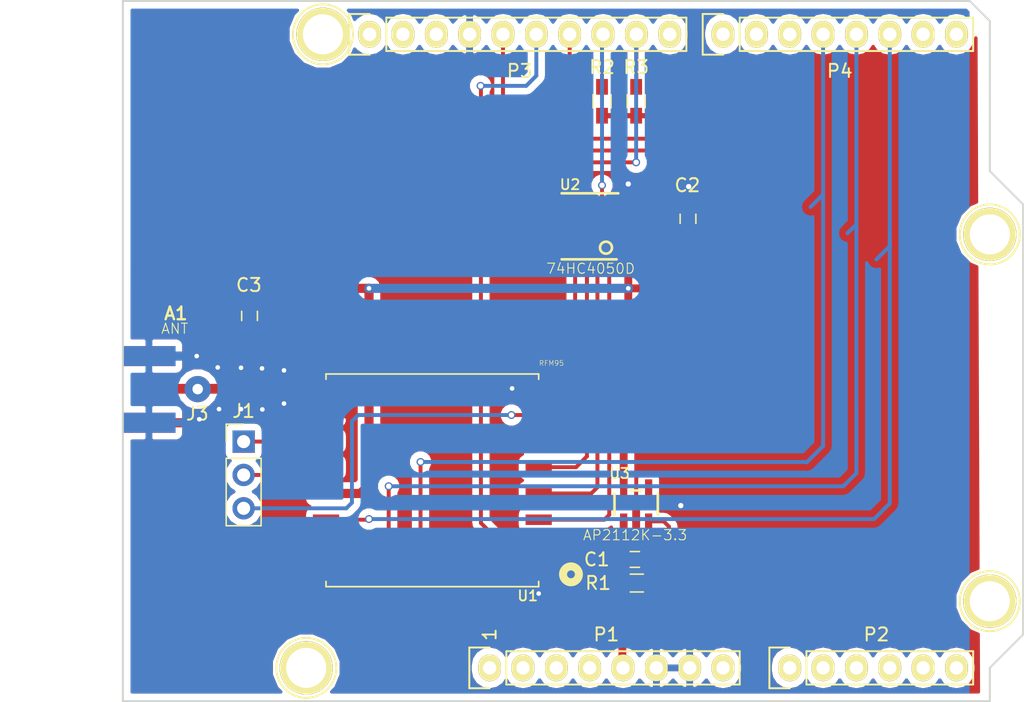
<source format=kicad_pcb>
(kicad_pcb (version 4) (host pcbnew 4.0.6)

  (general
    (links 43)
    (no_connects 13)
    (area 110.922999 72.949999 179.653001 126.440001)
    (thickness 1.6)
    (drawings 27)
    (tracks 208)
    (zones 0)
    (modules 20)
    (nets 52)
  )

  (page A4)
  (title_block
    (date "lun. 30 mars 2015")
  )

  (layers
    (0 F.Cu signal)
    (31 B.Cu signal)
    (32 B.Adhes user)
    (33 F.Adhes user)
    (34 B.Paste user)
    (35 F.Paste user)
    (36 B.SilkS user)
    (37 F.SilkS user)
    (38 B.Mask user)
    (39 F.Mask user)
    (40 Dwgs.User user)
    (41 Cmts.User user)
    (42 Eco1.User user)
    (43 Eco2.User user)
    (44 Edge.Cuts user)
    (45 Margin user)
    (46 B.CrtYd user)
    (47 F.CrtYd user)
    (48 B.Fab user hide)
    (49 F.Fab user hide)
  )

  (setup
    (last_trace_width 0.3)
    (trace_clearance 0.2)
    (zone_clearance 0.508)
    (zone_45_only no)
    (trace_min 0.2)
    (segment_width 0.15)
    (edge_width 0.15)
    (via_size 0.6)
    (via_drill 0.4)
    (via_min_size 0.4)
    (via_min_drill 0.3)
    (uvia_size 0.3)
    (uvia_drill 0.1)
    (uvias_allowed no)
    (uvia_min_size 0.2)
    (uvia_min_drill 0.1)
    (pcb_text_width 0.3)
    (pcb_text_size 1.5 1.5)
    (mod_edge_width 0.15)
    (mod_text_size 1 1)
    (mod_text_width 0.15)
    (pad_size 4.064 4.064)
    (pad_drill 3.048)
    (pad_to_mask_clearance 0)
    (aux_axis_origin 110.998 126.365)
    (grid_origin 110.998 126.365)
    (visible_elements FFFFFF7F)
    (pcbplotparams
      (layerselection 0x00030_80000001)
      (usegerberextensions false)
      (excludeedgelayer true)
      (linewidth 0.100000)
      (plotframeref false)
      (viasonmask false)
      (mode 1)
      (useauxorigin false)
      (hpglpennumber 1)
      (hpglpenspeed 20)
      (hpglpendiameter 15)
      (hpglpenoverlay 2)
      (psnegative false)
      (psa4output false)
      (plotreference true)
      (plotvalue true)
      (plotinvisibletext false)
      (padsonsilk false)
      (subtractmaskfromsilk false)
      (outputformat 1)
      (mirror false)
      (drillshape 1)
      (scaleselection 1)
      (outputdirectory ""))
  )

  (net 0 "")
  (net 1 /IOREF)
  (net 2 /Reset)
  (net 3 +5V)
  (net 4 GND)
  (net 5 /Vin)
  (net 6 /A0)
  (net 7 /A1)
  (net 8 /A2)
  (net 9 /A3)
  (net 10 /AREF)
  (net 11 "/A4(SDA)")
  (net 12 "/A5(SCL)")
  (net 13 "/9(**)")
  (net 14 /8)
  (net 15 /7)
  (net 16 "/6(**)")
  (net 17 "/5(**)")
  (net 18 /4)
  (net 19 "/3(**)")
  (net 20 /2)
  (net 21 "/1(Tx)")
  (net 22 "/0(Rx)")
  (net 23 "Net-(P5-Pad1)")
  (net 24 "Net-(P6-Pad1)")
  (net 25 "Net-(P7-Pad1)")
  (net 26 "Net-(P8-Pad1)")
  (net 27 "/13(SCK)")
  (net 28 "/10(**/SS)")
  (net 29 "Net-(P1-Pad1)")
  (net 30 +3V3)
  (net 31 "/12(MISO)")
  (net 32 "/11(**/MOSI)")
  (net 33 "Net-(A1-Pad1)")
  (net 34 /DIO3)
  (net 35 /DIO4)
  (net 36 /DIO5)
  (net 37 "Net-(R1-Pad1)")
  (net 38 "Net-(U1-Pad3)")
  (net 39 "Net-(U1-Pad4)")
  (net 40 "Net-(U1-Pad5)")
  (net 41 "Net-(U1-Pad6)")
  (net 42 "Net-(U2-Pad11)")
  (net 43 "Net-(U2-Pad12)")
  (net 44 "Net-(U2-Pad13)")
  (net 45 "Net-(U2-Pad14)")
  (net 46 "Net-(U2-Pad15)")
  (net 47 "Net-(U2-Pad16)")
  (net 48 "Net-(U3-Pad4)")
  (net 49 "Net-(P1-Pad4)")
  (net 50 "Net-(P3-Pad1)")
  (net 51 "Net-(P3-Pad2)")

  (net_class Default "This is the default net class."
    (clearance 0.2)
    (trace_width 0.3)
    (via_dia 0.6)
    (via_drill 0.4)
    (uvia_dia 0.3)
    (uvia_drill 0.1)
    (add_net "/0(Rx)")
    (add_net "/1(Tx)")
    (add_net "/10(**/SS)")
    (add_net "/11(**/MOSI)")
    (add_net "/12(MISO)")
    (add_net "/13(SCK)")
    (add_net /2)
    (add_net "/3(**)")
    (add_net /4)
    (add_net "/5(**)")
    (add_net "/6(**)")
    (add_net /7)
    (add_net /8)
    (add_net "/9(**)")
    (add_net /A0)
    (add_net /A1)
    (add_net /A2)
    (add_net /A3)
    (add_net "/A4(SDA)")
    (add_net "/A5(SCL)")
    (add_net /AREF)
    (add_net /DIO3)
    (add_net /DIO4)
    (add_net /DIO5)
    (add_net /IOREF)
    (add_net /Reset)
    (add_net "Net-(P1-Pad1)")
    (add_net "Net-(P1-Pad4)")
    (add_net "Net-(P3-Pad1)")
    (add_net "Net-(P3-Pad2)")
    (add_net "Net-(P5-Pad1)")
    (add_net "Net-(P6-Pad1)")
    (add_net "Net-(P7-Pad1)")
    (add_net "Net-(P8-Pad1)")
    (add_net "Net-(R1-Pad1)")
    (add_net "Net-(U1-Pad3)")
    (add_net "Net-(U1-Pad4)")
    (add_net "Net-(U1-Pad5)")
    (add_net "Net-(U1-Pad6)")
    (add_net "Net-(U2-Pad11)")
    (add_net "Net-(U2-Pad12)")
    (add_net "Net-(U2-Pad13)")
    (add_net "Net-(U2-Pad14)")
    (add_net "Net-(U2-Pad15)")
    (add_net "Net-(U2-Pad16)")
    (add_net "Net-(U3-Pad4)")
  )

  (net_class Vcc ""
    (clearance 0.2)
    (trace_width 0.7)
    (via_dia 0.7)
    (via_drill 0.35)
    (uvia_dia 0.3)
    (uvia_drill 0.1)
    (add_net +3V3)
    (add_net +5V)
    (add_net /Vin)
    (add_net GND)
    (add_net "Net-(A1-Pad1)")
  )

  (module ArduinoShieldLoRa:RFM95 (layer F.Cu) (tedit 593ECF72) (tstamp 593ED1E9)
    (at 134.573 109.54 180)
    (path /593EC92C)
    (fp_text reference U1 (at -6.4 -9.25 360) (layer F.SilkS)
      (effects (font (size 0.77216 0.77216) (thickness 0.138988)) (justify left bottom))
    )
    (fp_text value RFM95 (at -8.1 8.7 180) (layer F.SilkS)
      (effects (font (size 0.38608 0.38608) (thickness 0.038608)) (justify left bottom))
    )
    (fp_line (start -8 -8) (end 8 -8) (layer Dwgs.User) (width 0.127))
    (fp_line (start 8 -8) (end 8 8) (layer Dwgs.User) (width 0.127))
    (fp_line (start 8 8) (end -8 8) (layer Dwgs.User) (width 0.127))
    (fp_line (start -8 8) (end -8 -8) (layer Dwgs.User) (width 0.127))
    (fp_line (start -8.1 -7.7) (end -8.1 -8.1) (layer F.SilkS) (width 0.127))
    (fp_line (start -8.1 -8.1) (end 8.1 -8.1) (layer F.SilkS) (width 0.127))
    (fp_line (start 8.1 -8.1) (end 8.1 -7.7) (layer F.SilkS) (width 0.127))
    (fp_line (start -8.1 7.7) (end -8.1 8.1) (layer F.SilkS) (width 0.127))
    (fp_line (start -8.1 8.1) (end 8.1 8.1) (layer F.SilkS) (width 0.127))
    (fp_line (start 8.1 8.1) (end 8.1 7.7) (layer F.SilkS) (width 0.127))
    (fp_circle (center -10.56 -7.16) (end -10.26 -7.16) (layer F.SilkS) (width 0.6096))
    (pad 9 smd rect (at 8.1 7) (size 2 0.8) (layers F.Cu F.Paste F.Mask)
      (net 33 "Net-(A1-Pad1)"))
    (pad 10 smd rect (at 8.1 5) (size 2 0.8) (layers F.Cu F.Paste F.Mask)
      (net 4 GND))
    (pad 11 smd rect (at 8.1 3) (size 2 0.8) (layers F.Cu F.Paste F.Mask)
      (net 34 /DIO3))
    (pad 12 smd rect (at 8.1 1) (size 2 0.8) (layers F.Cu F.Paste F.Mask)
      (net 35 /DIO4))
    (pad 13 smd rect (at 8.1 -1) (size 2 0.8) (layers F.Cu F.Paste F.Mask)
      (net 30 +3V3))
    (pad 14 smd rect (at 8.1 -3) (size 2 0.8) (layers F.Cu F.Paste F.Mask)
      (net 20 /2))
    (pad 15 smd rect (at 8.1 -5) (size 2 0.8) (layers F.Cu F.Paste F.Mask)
      (net 19 "/3(**)"))
    (pad 16 smd rect (at 8.1 -7) (size 2 0.8) (layers F.Cu F.Paste F.Mask)
      (net 18 /4))
    (pad 1 smd rect (at -8.1 -7 180) (size 2 0.8) (layers F.Cu F.Paste F.Mask)
      (net 4 GND))
    (pad 2 smd rect (at -8.1 -5 180) (size 2 0.8) (layers F.Cu F.Paste F.Mask)
      (net 31 "/12(MISO)"))
    (pad 3 smd rect (at -8.1 -3 180) (size 2 0.8) (layers F.Cu F.Paste F.Mask)
      (net 38 "Net-(U1-Pad3)"))
    (pad 4 smd rect (at -8.1 -1 180) (size 2 0.8) (layers F.Cu F.Paste F.Mask)
      (net 39 "Net-(U1-Pad4)"))
    (pad 5 smd rect (at -8.1 1 180) (size 2 0.8) (layers F.Cu F.Paste F.Mask)
      (net 40 "Net-(U1-Pad5)"))
    (pad 6 smd rect (at -8.1 3 180) (size 2 0.8) (layers F.Cu F.Paste F.Mask)
      (net 41 "Net-(U1-Pad6)"))
    (pad 7 smd rect (at -8.1 5 180) (size 2 0.8) (layers F.Cu F.Paste F.Mask)
      (net 36 /DIO5))
    (pad 8 smd rect (at -8.1 7) (size 2 0.8) (layers F.Cu F.Paste F.Mask)
      (net 4 GND))
  )

  (module ArduinoShieldLoRa:SMA_EDGELAUNCH_UFL (layer F.Cu) (tedit 593ED067) (tstamp 593ED1AB)
    (at 110.948 102.615)
    (path /593ECA41)
    (fp_text reference A1 (at 5.08 -6.35) (layer F.SilkS)
      (effects (font (size 0.9652 0.9652) (thickness 0.18288)) (justify right top))
    )
    (fp_text value ANT (at 5.08 -5.08 180) (layer F.SilkS)
      (effects (font (size 0.77216 0.77216) (thickness 0.077216)) (justify right top))
    )
    (fp_line (start -9.2075 -2.54) (end -8.255 -2.54) (layer Dwgs.User) (width 0.2032))
    (fp_line (start -8.255 -2.54) (end -8.255 -3.175) (layer Dwgs.User) (width 0.2032))
    (fp_line (start -8.255 -3.175) (end -7.62 -3.175) (layer Dwgs.User) (width 0.2032))
    (fp_line (start -7.62 -3.175) (end -6.985 -3.175) (layer Dwgs.User) (width 0.2032))
    (fp_line (start -6.985 -3.175) (end -6.35 -3.175) (layer Dwgs.User) (width 0.2032))
    (fp_line (start -6.35 -3.175) (end -5.715 -3.175) (layer Dwgs.User) (width 0.2032))
    (fp_line (start -5.715 -3.175) (end -5.08 -3.175) (layer Dwgs.User) (width 0.2032))
    (fp_line (start -5.08 -3.175) (end -4.445 -3.175) (layer Dwgs.User) (width 0.2032))
    (fp_line (start -4.445 -3.175) (end -3.4925 -3.175) (layer Dwgs.User) (width 0.2032))
    (fp_line (start -3.4925 -3.175) (end -3.4925 -2.54) (layer Dwgs.User) (width 0.2032))
    (fp_line (start -3.4925 -2.54) (end -1.5875 -2.54) (layer Dwgs.User) (width 0.2032))
    (fp_line (start -1.5875 -2.54) (end -1.5875 2.54) (layer Dwgs.User) (width 0.2032))
    (fp_line (start -1.5875 2.54) (end -3.4925 2.54) (layer Dwgs.User) (width 0.2032))
    (fp_line (start -3.4925 2.54) (end -3.4925 3.175) (layer Dwgs.User) (width 0.2032))
    (fp_line (start -3.4925 3.175) (end -4.445 3.175) (layer Dwgs.User) (width 0.2032))
    (fp_line (start -4.445 3.175) (end -5.08 3.175) (layer Dwgs.User) (width 0.2032))
    (fp_line (start -5.08 3.175) (end -5.715 3.175) (layer Dwgs.User) (width 0.2032))
    (fp_line (start -5.715 3.175) (end -6.35 3.175) (layer Dwgs.User) (width 0.2032))
    (fp_line (start -6.35 3.175) (end -6.985 3.175) (layer Dwgs.User) (width 0.2032))
    (fp_line (start -6.985 3.175) (end -7.62 3.175) (layer Dwgs.User) (width 0.2032))
    (fp_line (start -7.62 3.175) (end -8.255 3.175) (layer Dwgs.User) (width 0.2032))
    (fp_line (start -8.255 3.175) (end -8.255 2.54) (layer Dwgs.User) (width 0.2032))
    (fp_line (start -8.255 2.54) (end -9.2075 2.54) (layer Dwgs.User) (width 0.2032))
    (fp_line (start -9.2075 2.54) (end -9.2075 -2.54) (layer Dwgs.User) (width 0.2032))
    (fp_line (start -8.255 -2.54) (end -8.255 2.54) (layer Dwgs.User) (width 0.2032))
    (fp_line (start -8.255 -3.175) (end -7.62 3.175) (layer Dwgs.User) (width 0.2032))
    (fp_line (start -7.62 -3.175) (end -6.985 3.175) (layer Dwgs.User) (width 0.2032))
    (fp_line (start -6.985 -3.175) (end -6.35 3.175) (layer Dwgs.User) (width 0.2032))
    (fp_line (start -6.35 -3.175) (end -5.715 3.175) (layer Dwgs.User) (width 0.2032))
    (fp_line (start -5.715 -3.175) (end -5.08 3.175) (layer Dwgs.User) (width 0.2032))
    (fp_line (start -5.08 -3.175) (end -4.445 3.175) (layer Dwgs.User) (width 0.2032))
    (fp_line (start -4.445 -3.175) (end -3.81 3.175) (layer Dwgs.User) (width 0.2032))
    (fp_poly (pts (xy 0 0.3175) (xy 3.175 0.3175) (xy 3.175 -0.3175) (xy 0 -0.3175)) (layer Dwgs.User) (width 0))
    (fp_poly (pts (xy -1.524 -3.048) (xy 3.81 -3.048) (xy 3.81 -2.032) (xy 0 -2.032)
      (xy 0 2.032) (xy 3.81 2.032) (xy 3.81 3.048) (xy -1.524 3.048)) (layer Dwgs.User) (width 0))
    (fp_poly (pts (xy -1.524 -5.08) (xy 0 -5.08) (xy 0 5.08) (xy -1.524 5.08)) (layer Dwgs.User) (width 0))
    (fp_line (start 3.3574 -0.7) (end 3.3574 -2.1) (layer Dwgs.User) (width 0.2032))
    (fp_line (start 3.3574 -2.1) (end 0.7574 -2.1) (layer Dwgs.User) (width 0.2032))
    (fp_line (start 0.7574 2.1) (end 3.3574 2.1) (layer Dwgs.User) (width 0.2032))
    (fp_line (start 3.3574 2.1) (end 3.3574 0.7) (layer Dwgs.User) (width 0.2032))
    (fp_line (start 0.7574 -0.7) (end 0.7574 -2.1) (layer Dwgs.User) (width 0.2032))
    (fp_line (start 0.7574 2.1) (end 0.7574 0.7) (layer Dwgs.User) (width 0.2032))
    (fp_line (start 3.4574 -0.7) (end 3.4574 -2) (layer Dwgs.User) (width 0.2032))
    (fp_line (start 3.4574 2) (end 3.4574 0.7) (layer Dwgs.User) (width 0.2032))
    (fp_line (start 3.5574 -0.7) (end 3.5574 -2.1) (layer Dwgs.User) (width 0.2032))
    (fp_line (start 3.5574 2.1) (end 3.5574 0.7) (layer Dwgs.User) (width 0.2032))
    (fp_line (start 3.5574 -2.1) (end 3.3574 -2.1) (layer Dwgs.User) (width 0.2032))
    (fp_line (start 3.5574 -0.7) (end 3.3574 -0.7) (layer Dwgs.User) (width 0.2032))
    (fp_line (start 3.5574 0.7) (end 3.3574 0.7) (layer Dwgs.User) (width 0.2032))
    (fp_line (start 3.5574 2.1) (end 3.3574 2.1) (layer Dwgs.User) (width 0.2032))
    (fp_poly (pts (xy 3.2004 0.4826) (xy 3.9624 0.4826) (xy 3.9624 -0.4826) (xy 3.2004 -0.4826)) (layer F.Paste) (width 0))
    (fp_poly (pts (xy 0.889 -0.9382) (xy 3.2258 -0.9382) (xy 3.2258 -1.8526) (xy 0.889 -1.8526)) (layer F.Mask) (width 0))
    (fp_poly (pts (xy 0.9906 -0.989) (xy 3.1242 -0.989) (xy 3.1242 -1.8018) (xy 0.9906 -1.8018)) (layer F.Paste) (width 0))
    (fp_poly (pts (xy 0.889 1.8526) (xy 3.2258 1.8526) (xy 3.2258 0.9382) (xy 0.889 0.9382)) (layer F.Mask) (width 0))
    (fp_poly (pts (xy 0.9906 1.8018) (xy 3.1242 1.8018) (xy 3.1242 0.989) (xy 0.9906 0.989)) (layer F.Paste) (width 0))
    (pad 3 smd rect (at 2.032 -2.54 90) (size 1.524 4.064) (layers F.Cu F.Paste F.Mask)
      (net 4 GND))
    (pad 2 smd rect (at 2.032 2.54 90) (size 1.524 4.064) (layers F.Cu F.Paste F.Mask)
      (net 4 GND))
    (pad 1 smd rect (at 3.048 0 90) (size 1.016 2.032) (layers F.Cu F.Paste F.Mask)
      (net 33 "Net-(A1-Pad1)"))
    (pad 4 smd rect (at 2.032 -2.54 90) (size 1.524 4.064) (layers B.Cu B.Paste B.Mask)
      (net 4 GND))
    (pad 5 smd rect (at 2.032 2.54 90) (size 1.524 4.064) (layers B.Cu B.Paste B.Mask)
      (net 4 GND))
  )

  (module Socket_Arduino_Uno:Socket_Strip_Arduino_1x08 locked (layer F.Cu) (tedit 552168D2) (tstamp 551AF9EA)
    (at 138.938 123.825)
    (descr "Through hole socket strip")
    (tags "socket strip")
    (path /56D70129)
    (fp_text reference P1 (at 8.89 -2.54) (layer F.SilkS)
      (effects (font (size 1 1) (thickness 0.15)))
    )
    (fp_text value Power (at 8.89 -4.064) (layer F.Fab)
      (effects (font (size 1 1) (thickness 0.15)))
    )
    (fp_line (start -1.75 -1.75) (end -1.75 1.75) (layer F.CrtYd) (width 0.05))
    (fp_line (start 19.55 -1.75) (end 19.55 1.75) (layer F.CrtYd) (width 0.05))
    (fp_line (start -1.75 -1.75) (end 19.55 -1.75) (layer F.CrtYd) (width 0.05))
    (fp_line (start -1.75 1.75) (end 19.55 1.75) (layer F.CrtYd) (width 0.05))
    (fp_line (start 1.27 1.27) (end 19.05 1.27) (layer F.SilkS) (width 0.15))
    (fp_line (start 19.05 1.27) (end 19.05 -1.27) (layer F.SilkS) (width 0.15))
    (fp_line (start 19.05 -1.27) (end 1.27 -1.27) (layer F.SilkS) (width 0.15))
    (fp_line (start -1.55 1.55) (end 0 1.55) (layer F.SilkS) (width 0.15))
    (fp_line (start 1.27 1.27) (end 1.27 -1.27) (layer F.SilkS) (width 0.15))
    (fp_line (start 0 -1.55) (end -1.55 -1.55) (layer F.SilkS) (width 0.15))
    (fp_line (start -1.55 -1.55) (end -1.55 1.55) (layer F.SilkS) (width 0.15))
    (pad 1 thru_hole oval (at 0 0) (size 1.7272 2.032) (drill 1.016) (layers *.Cu *.Mask F.SilkS)
      (net 29 "Net-(P1-Pad1)"))
    (pad 2 thru_hole oval (at 2.54 0) (size 1.7272 2.032) (drill 1.016) (layers *.Cu *.Mask F.SilkS)
      (net 1 /IOREF))
    (pad 3 thru_hole oval (at 5.08 0) (size 1.7272 2.032) (drill 1.016) (layers *.Cu *.Mask F.SilkS)
      (net 2 /Reset))
    (pad 4 thru_hole oval (at 7.62 0) (size 1.7272 2.032) (drill 1.016) (layers *.Cu *.Mask F.SilkS)
      (net 49 "Net-(P1-Pad4)"))
    (pad 5 thru_hole oval (at 10.16 0) (size 1.7272 2.032) (drill 1.016) (layers *.Cu *.Mask F.SilkS)
      (net 3 +5V))
    (pad 6 thru_hole oval (at 12.7 0) (size 1.7272 2.032) (drill 1.016) (layers *.Cu *.Mask F.SilkS)
      (net 4 GND))
    (pad 7 thru_hole oval (at 15.24 0) (size 1.7272 2.032) (drill 1.016) (layers *.Cu *.Mask F.SilkS)
      (net 4 GND))
    (pad 8 thru_hole oval (at 17.78 0) (size 1.7272 2.032) (drill 1.016) (layers *.Cu *.Mask F.SilkS)
      (net 5 /Vin))
    (model ${KIPRJMOD}/Socket_Arduino_Uno.3dshapes/Socket_header_Arduino_1x08.wrl
      (at (xyz 0.35 0 0))
      (scale (xyz 1 1 1))
      (rotate (xyz 0 0 180))
    )
  )

  (module Socket_Arduino_Uno:Socket_Strip_Arduino_1x06 locked (layer F.Cu) (tedit 552168D6) (tstamp 551AF9FF)
    (at 161.798 123.825)
    (descr "Through hole socket strip")
    (tags "socket strip")
    (path /56D70DD8)
    (fp_text reference P2 (at 6.604 -2.54) (layer F.SilkS)
      (effects (font (size 1 1) (thickness 0.15)))
    )
    (fp_text value Analog (at 6.604 -4.064) (layer F.Fab)
      (effects (font (size 1 1) (thickness 0.15)))
    )
    (fp_line (start -1.75 -1.75) (end -1.75 1.75) (layer F.CrtYd) (width 0.05))
    (fp_line (start 14.45 -1.75) (end 14.45 1.75) (layer F.CrtYd) (width 0.05))
    (fp_line (start -1.75 -1.75) (end 14.45 -1.75) (layer F.CrtYd) (width 0.05))
    (fp_line (start -1.75 1.75) (end 14.45 1.75) (layer F.CrtYd) (width 0.05))
    (fp_line (start 1.27 1.27) (end 13.97 1.27) (layer F.SilkS) (width 0.15))
    (fp_line (start 13.97 1.27) (end 13.97 -1.27) (layer F.SilkS) (width 0.15))
    (fp_line (start 13.97 -1.27) (end 1.27 -1.27) (layer F.SilkS) (width 0.15))
    (fp_line (start -1.55 1.55) (end 0 1.55) (layer F.SilkS) (width 0.15))
    (fp_line (start 1.27 1.27) (end 1.27 -1.27) (layer F.SilkS) (width 0.15))
    (fp_line (start 0 -1.55) (end -1.55 -1.55) (layer F.SilkS) (width 0.15))
    (fp_line (start -1.55 -1.55) (end -1.55 1.55) (layer F.SilkS) (width 0.15))
    (pad 1 thru_hole oval (at 0 0) (size 1.7272 2.032) (drill 1.016) (layers *.Cu *.Mask F.SilkS)
      (net 6 /A0))
    (pad 2 thru_hole oval (at 2.54 0) (size 1.7272 2.032) (drill 1.016) (layers *.Cu *.Mask F.SilkS)
      (net 7 /A1))
    (pad 3 thru_hole oval (at 5.08 0) (size 1.7272 2.032) (drill 1.016) (layers *.Cu *.Mask F.SilkS)
      (net 8 /A2))
    (pad 4 thru_hole oval (at 7.62 0) (size 1.7272 2.032) (drill 1.016) (layers *.Cu *.Mask F.SilkS)
      (net 9 /A3))
    (pad 5 thru_hole oval (at 10.16 0) (size 1.7272 2.032) (drill 1.016) (layers *.Cu *.Mask F.SilkS)
      (net 11 "/A4(SDA)"))
    (pad 6 thru_hole oval (at 12.7 0) (size 1.7272 2.032) (drill 1.016) (layers *.Cu *.Mask F.SilkS)
      (net 12 "/A5(SCL)"))
    (model ${KIPRJMOD}/Socket_Arduino_Uno.3dshapes/Socket_header_Arduino_1x06.wrl
      (at (xyz 0.25 0 0))
      (scale (xyz 1 1 1))
      (rotate (xyz 0 0 180))
    )
  )

  (module Socket_Arduino_Uno:Socket_Strip_Arduino_1x10 locked (layer F.Cu) (tedit 552168BF) (tstamp 551AFA18)
    (at 129.794 75.565)
    (descr "Through hole socket strip")
    (tags "socket strip")
    (path /56D721E0)
    (fp_text reference P3 (at 11.43 2.794) (layer F.SilkS)
      (effects (font (size 1 1) (thickness 0.15)))
    )
    (fp_text value Digital (at 11.43 4.318) (layer F.Fab)
      (effects (font (size 1 1) (thickness 0.15)))
    )
    (fp_line (start -1.75 -1.75) (end -1.75 1.75) (layer F.CrtYd) (width 0.05))
    (fp_line (start 24.65 -1.75) (end 24.65 1.75) (layer F.CrtYd) (width 0.05))
    (fp_line (start -1.75 -1.75) (end 24.65 -1.75) (layer F.CrtYd) (width 0.05))
    (fp_line (start -1.75 1.75) (end 24.65 1.75) (layer F.CrtYd) (width 0.05))
    (fp_line (start 1.27 1.27) (end 24.13 1.27) (layer F.SilkS) (width 0.15))
    (fp_line (start 24.13 1.27) (end 24.13 -1.27) (layer F.SilkS) (width 0.15))
    (fp_line (start 24.13 -1.27) (end 1.27 -1.27) (layer F.SilkS) (width 0.15))
    (fp_line (start -1.55 1.55) (end 0 1.55) (layer F.SilkS) (width 0.15))
    (fp_line (start 1.27 1.27) (end 1.27 -1.27) (layer F.SilkS) (width 0.15))
    (fp_line (start 0 -1.55) (end -1.55 -1.55) (layer F.SilkS) (width 0.15))
    (fp_line (start -1.55 -1.55) (end -1.55 1.55) (layer F.SilkS) (width 0.15))
    (pad 1 thru_hole oval (at 0 0) (size 1.7272 2.032) (drill 1.016) (layers *.Cu *.Mask F.SilkS)
      (net 50 "Net-(P3-Pad1)"))
    (pad 2 thru_hole oval (at 2.54 0) (size 1.7272 2.032) (drill 1.016) (layers *.Cu *.Mask F.SilkS)
      (net 51 "Net-(P3-Pad2)"))
    (pad 3 thru_hole oval (at 5.08 0) (size 1.7272 2.032) (drill 1.016) (layers *.Cu *.Mask F.SilkS)
      (net 10 /AREF))
    (pad 4 thru_hole oval (at 7.62 0) (size 1.7272 2.032) (drill 1.016) (layers *.Cu *.Mask F.SilkS)
      (net 4 GND))
    (pad 5 thru_hole oval (at 10.16 0) (size 1.7272 2.032) (drill 1.016) (layers *.Cu *.Mask F.SilkS)
      (net 27 "/13(SCK)"))
    (pad 6 thru_hole oval (at 12.7 0) (size 1.7272 2.032) (drill 1.016) (layers *.Cu *.Mask F.SilkS)
      (net 31 "/12(MISO)"))
    (pad 7 thru_hole oval (at 15.24 0) (size 1.7272 2.032) (drill 1.016) (layers *.Cu *.Mask F.SilkS)
      (net 32 "/11(**/MOSI)"))
    (pad 8 thru_hole oval (at 17.78 0) (size 1.7272 2.032) (drill 1.016) (layers *.Cu *.Mask F.SilkS)
      (net 28 "/10(**/SS)"))
    (pad 9 thru_hole oval (at 20.32 0) (size 1.7272 2.032) (drill 1.016) (layers *.Cu *.Mask F.SilkS)
      (net 13 "/9(**)"))
    (pad 10 thru_hole oval (at 22.86 0) (size 1.7272 2.032) (drill 1.016) (layers *.Cu *.Mask F.SilkS)
      (net 14 /8))
    (model ${KIPRJMOD}/Socket_Arduino_Uno.3dshapes/Socket_header_Arduino_1x10.wrl
      (at (xyz 0.45 0 0))
      (scale (xyz 1 1 1))
      (rotate (xyz 0 0 180))
    )
  )

  (module Socket_Arduino_Uno:Socket_Strip_Arduino_1x08 locked (layer F.Cu) (tedit 552168C7) (tstamp 551AFA2F)
    (at 156.718 75.565)
    (descr "Through hole socket strip")
    (tags "socket strip")
    (path /56D7164F)
    (fp_text reference P4 (at 8.89 2.794) (layer F.SilkS)
      (effects (font (size 1 1) (thickness 0.15)))
    )
    (fp_text value Digital (at 8.89 4.318) (layer F.Fab)
      (effects (font (size 1 1) (thickness 0.15)))
    )
    (fp_line (start -1.75 -1.75) (end -1.75 1.75) (layer F.CrtYd) (width 0.05))
    (fp_line (start 19.55 -1.75) (end 19.55 1.75) (layer F.CrtYd) (width 0.05))
    (fp_line (start -1.75 -1.75) (end 19.55 -1.75) (layer F.CrtYd) (width 0.05))
    (fp_line (start -1.75 1.75) (end 19.55 1.75) (layer F.CrtYd) (width 0.05))
    (fp_line (start 1.27 1.27) (end 19.05 1.27) (layer F.SilkS) (width 0.15))
    (fp_line (start 19.05 1.27) (end 19.05 -1.27) (layer F.SilkS) (width 0.15))
    (fp_line (start 19.05 -1.27) (end 1.27 -1.27) (layer F.SilkS) (width 0.15))
    (fp_line (start -1.55 1.55) (end 0 1.55) (layer F.SilkS) (width 0.15))
    (fp_line (start 1.27 1.27) (end 1.27 -1.27) (layer F.SilkS) (width 0.15))
    (fp_line (start 0 -1.55) (end -1.55 -1.55) (layer F.SilkS) (width 0.15))
    (fp_line (start -1.55 -1.55) (end -1.55 1.55) (layer F.SilkS) (width 0.15))
    (pad 1 thru_hole oval (at 0 0) (size 1.7272 2.032) (drill 1.016) (layers *.Cu *.Mask F.SilkS)
      (net 15 /7))
    (pad 2 thru_hole oval (at 2.54 0) (size 1.7272 2.032) (drill 1.016) (layers *.Cu *.Mask F.SilkS)
      (net 16 "/6(**)"))
    (pad 3 thru_hole oval (at 5.08 0) (size 1.7272 2.032) (drill 1.016) (layers *.Cu *.Mask F.SilkS)
      (net 17 "/5(**)"))
    (pad 4 thru_hole oval (at 7.62 0) (size 1.7272 2.032) (drill 1.016) (layers *.Cu *.Mask F.SilkS)
      (net 18 /4))
    (pad 5 thru_hole oval (at 10.16 0) (size 1.7272 2.032) (drill 1.016) (layers *.Cu *.Mask F.SilkS)
      (net 19 "/3(**)"))
    (pad 6 thru_hole oval (at 12.7 0) (size 1.7272 2.032) (drill 1.016) (layers *.Cu *.Mask F.SilkS)
      (net 20 /2))
    (pad 7 thru_hole oval (at 15.24 0) (size 1.7272 2.032) (drill 1.016) (layers *.Cu *.Mask F.SilkS)
      (net 21 "/1(Tx)"))
    (pad 8 thru_hole oval (at 17.78 0) (size 1.7272 2.032) (drill 1.016) (layers *.Cu *.Mask F.SilkS)
      (net 22 "/0(Rx)"))
    (model ${KIPRJMOD}/Socket_Arduino_Uno.3dshapes/Socket_header_Arduino_1x08.wrl
      (at (xyz 0.35 0 0))
      (scale (xyz 1 1 1))
      (rotate (xyz 0 0 180))
    )
  )

  (module Socket_Arduino_Uno:Arduino_1pin locked (layer F.Cu) (tedit 5524FC39) (tstamp 5524FC3F)
    (at 124.968 123.825)
    (descr "module 1 pin (ou trou mecanique de percage)")
    (tags DEV)
    (path /56D71177)
    (fp_text reference P5 (at 0 -3.048) (layer F.SilkS) hide
      (effects (font (size 1 1) (thickness 0.15)))
    )
    (fp_text value CONN_01X01 (at 0 2.794) (layer F.Fab) hide
      (effects (font (size 1 1) (thickness 0.15)))
    )
    (fp_circle (center 0 0) (end 0 -2.286) (layer F.SilkS) (width 0.15))
    (pad 1 thru_hole circle (at 0 0) (size 4.064 4.064) (drill 3.048) (layers *.Cu *.Mask F.SilkS)
      (net 23 "Net-(P5-Pad1)"))
  )

  (module Socket_Arduino_Uno:Arduino_1pin locked (layer F.Cu) (tedit 5524FC4A) (tstamp 5524FC44)
    (at 177.038 118.745)
    (descr "module 1 pin (ou trou mecanique de percage)")
    (tags DEV)
    (path /56D71274)
    (fp_text reference P6 (at 0 -3.048) (layer F.SilkS) hide
      (effects (font (size 1 1) (thickness 0.15)))
    )
    (fp_text value CONN_01X01 (at 0 2.794) (layer F.Fab) hide
      (effects (font (size 1 1) (thickness 0.15)))
    )
    (fp_circle (center 0 0) (end 0 -2.286) (layer F.SilkS) (width 0.15))
    (pad 1 thru_hole circle (at 0 0) (size 4.064 4.064) (drill 3.048) (layers *.Cu *.Mask F.SilkS)
      (net 24 "Net-(P6-Pad1)"))
  )

  (module Socket_Arduino_Uno:Arduino_1pin locked (layer F.Cu) (tedit 5524FC2F) (tstamp 5524FC49)
    (at 126.238 75.565)
    (descr "module 1 pin (ou trou mecanique de percage)")
    (tags DEV)
    (path /56D712A8)
    (fp_text reference P7 (at 0 -3.048) (layer F.SilkS) hide
      (effects (font (size 1 1) (thickness 0.15)))
    )
    (fp_text value CONN_01X01 (at 0 2.794) (layer F.Fab) hide
      (effects (font (size 1 1) (thickness 0.15)))
    )
    (fp_circle (center 0 0) (end 0 -2.286) (layer F.SilkS) (width 0.15))
    (pad 1 thru_hole circle (at 0 0) (size 4.064 4.064) (drill 3.048) (layers *.Cu *.Mask F.SilkS)
      (net 25 "Net-(P7-Pad1)"))
  )

  (module Socket_Arduino_Uno:Arduino_1pin locked (layer F.Cu) (tedit 5524FC41) (tstamp 5524FC4E)
    (at 177.038 90.805)
    (descr "module 1 pin (ou trou mecanique de percage)")
    (tags DEV)
    (path /56D712DB)
    (fp_text reference P8 (at 0 -3.048) (layer F.SilkS) hide
      (effects (font (size 1 1) (thickness 0.15)))
    )
    (fp_text value CONN_01X01 (at 0 2.794) (layer F.Fab) hide
      (effects (font (size 1 1) (thickness 0.15)))
    )
    (fp_circle (center 0 0) (end 0 -2.286) (layer F.SilkS) (width 0.15))
    (pad 1 thru_hole circle (at 0 0) (size 4.064 4.064) (drill 3.048) (layers *.Cu *.Mask F.SilkS)
      (net 26 "Net-(P8-Pad1)"))
  )

  (module Capacitors_SMD:C_0603_HandSoldering (layer F.Cu) (tedit 58AA848B) (tstamp 593ED1B1)
    (at 149.998 115.565)
    (descr "Capacitor SMD 0603, hand soldering")
    (tags "capacitor 0603")
    (path /593ED652)
    (attr smd)
    (fp_text reference C1 (at -2.9 0) (layer F.SilkS)
      (effects (font (size 1 1) (thickness 0.15)))
    )
    (fp_text value 10uF (at 0 1.5) (layer F.Fab)
      (effects (font (size 1 1) (thickness 0.15)))
    )
    (fp_text user %R (at 0 -1.25) (layer F.Fab)
      (effects (font (size 1 1) (thickness 0.15)))
    )
    (fp_line (start -0.8 0.4) (end -0.8 -0.4) (layer F.Fab) (width 0.1))
    (fp_line (start 0.8 0.4) (end -0.8 0.4) (layer F.Fab) (width 0.1))
    (fp_line (start 0.8 -0.4) (end 0.8 0.4) (layer F.Fab) (width 0.1))
    (fp_line (start -0.8 -0.4) (end 0.8 -0.4) (layer F.Fab) (width 0.1))
    (fp_line (start -0.35 -0.6) (end 0.35 -0.6) (layer F.SilkS) (width 0.12))
    (fp_line (start 0.35 0.6) (end -0.35 0.6) (layer F.SilkS) (width 0.12))
    (fp_line (start -1.8 -0.65) (end 1.8 -0.65) (layer F.CrtYd) (width 0.05))
    (fp_line (start -1.8 -0.65) (end -1.8 0.65) (layer F.CrtYd) (width 0.05))
    (fp_line (start 1.8 0.65) (end 1.8 -0.65) (layer F.CrtYd) (width 0.05))
    (fp_line (start 1.8 0.65) (end -1.8 0.65) (layer F.CrtYd) (width 0.05))
    (pad 1 smd rect (at -0.95 0) (size 1.2 0.75) (layers F.Cu F.Paste F.Mask)
      (net 3 +5V))
    (pad 2 smd rect (at 0.95 0) (size 1.2 0.75) (layers F.Cu F.Paste F.Mask)
      (net 4 GND))
    (model Capacitors_SMD.3dshapes/C_0603.wrl
      (at (xyz 0 0 0))
      (scale (xyz 1 1 1))
      (rotate (xyz 0 0 0))
    )
  )

  (module Capacitors_SMD:C_0603_HandSoldering (layer F.Cu) (tedit 58AA848B) (tstamp 593ED1B7)
    (at 154.048 89.615 90)
    (descr "Capacitor SMD 0603, hand soldering")
    (tags "capacitor 0603")
    (path /593ED8F2)
    (attr smd)
    (fp_text reference C2 (at 2.55 -0.05 180) (layer F.SilkS)
      (effects (font (size 1 1) (thickness 0.15)))
    )
    (fp_text value 0.1uF (at 0 1.5 90) (layer F.Fab)
      (effects (font (size 1 1) (thickness 0.15)))
    )
    (fp_text user %R (at 0 -1.25 90) (layer F.Fab)
      (effects (font (size 1 1) (thickness 0.15)))
    )
    (fp_line (start -0.8 0.4) (end -0.8 -0.4) (layer F.Fab) (width 0.1))
    (fp_line (start 0.8 0.4) (end -0.8 0.4) (layer F.Fab) (width 0.1))
    (fp_line (start 0.8 -0.4) (end 0.8 0.4) (layer F.Fab) (width 0.1))
    (fp_line (start -0.8 -0.4) (end 0.8 -0.4) (layer F.Fab) (width 0.1))
    (fp_line (start -0.35 -0.6) (end 0.35 -0.6) (layer F.SilkS) (width 0.12))
    (fp_line (start 0.35 0.6) (end -0.35 0.6) (layer F.SilkS) (width 0.12))
    (fp_line (start -1.8 -0.65) (end 1.8 -0.65) (layer F.CrtYd) (width 0.05))
    (fp_line (start -1.8 -0.65) (end -1.8 0.65) (layer F.CrtYd) (width 0.05))
    (fp_line (start 1.8 0.65) (end 1.8 -0.65) (layer F.CrtYd) (width 0.05))
    (fp_line (start 1.8 0.65) (end -1.8 0.65) (layer F.CrtYd) (width 0.05))
    (pad 1 smd rect (at -0.95 0 90) (size 1.2 0.75) (layers F.Cu F.Paste F.Mask)
      (net 30 +3V3))
    (pad 2 smd rect (at 0.95 0 90) (size 1.2 0.75) (layers F.Cu F.Paste F.Mask)
      (net 4 GND))
    (model Capacitors_SMD.3dshapes/C_0603.wrl
      (at (xyz 0 0 0))
      (scale (xyz 1 1 1))
      (rotate (xyz 0 0 0))
    )
  )

  (module Capacitors_SMD:C_0603_HandSoldering (layer F.Cu) (tedit 58AA848B) (tstamp 593ED1BD)
    (at 120.648 97.015 270)
    (descr "Capacitor SMD 0603, hand soldering")
    (tags "capacitor 0603")
    (path /593EDEA2)
    (attr smd)
    (fp_text reference C3 (at -2.35 0.05 360) (layer F.SilkS)
      (effects (font (size 1 1) (thickness 0.15)))
    )
    (fp_text value 10uF (at 0 1.5 270) (layer F.Fab)
      (effects (font (size 1 1) (thickness 0.15)))
    )
    (fp_text user %R (at 0 -1.25 270) (layer F.Fab)
      (effects (font (size 1 1) (thickness 0.15)))
    )
    (fp_line (start -0.8 0.4) (end -0.8 -0.4) (layer F.Fab) (width 0.1))
    (fp_line (start 0.8 0.4) (end -0.8 0.4) (layer F.Fab) (width 0.1))
    (fp_line (start 0.8 -0.4) (end 0.8 0.4) (layer F.Fab) (width 0.1))
    (fp_line (start -0.8 -0.4) (end 0.8 -0.4) (layer F.Fab) (width 0.1))
    (fp_line (start -0.35 -0.6) (end 0.35 -0.6) (layer F.SilkS) (width 0.12))
    (fp_line (start 0.35 0.6) (end -0.35 0.6) (layer F.SilkS) (width 0.12))
    (fp_line (start -1.8 -0.65) (end 1.8 -0.65) (layer F.CrtYd) (width 0.05))
    (fp_line (start -1.8 -0.65) (end -1.8 0.65) (layer F.CrtYd) (width 0.05))
    (fp_line (start 1.8 0.65) (end 1.8 -0.65) (layer F.CrtYd) (width 0.05))
    (fp_line (start 1.8 0.65) (end -1.8 0.65) (layer F.CrtYd) (width 0.05))
    (pad 1 smd rect (at -0.95 0 270) (size 1.2 0.75) (layers F.Cu F.Paste F.Mask)
      (net 30 +3V3))
    (pad 2 smd rect (at 0.95 0 270) (size 1.2 0.75) (layers F.Cu F.Paste F.Mask)
      (net 4 GND))
    (model Capacitors_SMD.3dshapes/C_0603.wrl
      (at (xyz 0 0 0))
      (scale (xyz 1 1 1))
      (rotate (xyz 0 0 0))
    )
  )

  (module Pin_Headers:Pin_Header_Straight_1x03_Pitch2.54mm (layer F.Cu) (tedit 58CD4EC1) (tstamp 593ED1C4)
    (at 120.198 106.59)
    (descr "Through hole straight pin header, 1x03, 2.54mm pitch, single row")
    (tags "Through hole pin header THT 1x03 2.54mm single row")
    (path /593F218C)
    (fp_text reference J1 (at 0 -2.33) (layer F.SilkS)
      (effects (font (size 1 1) (thickness 0.15)))
    )
    (fp_text value CONN_01X03 (at 0 7.41) (layer F.Fab)
      (effects (font (size 1 1) (thickness 0.15)))
    )
    (fp_line (start -1.27 -1.27) (end -1.27 6.35) (layer F.Fab) (width 0.1))
    (fp_line (start -1.27 6.35) (end 1.27 6.35) (layer F.Fab) (width 0.1))
    (fp_line (start 1.27 6.35) (end 1.27 -1.27) (layer F.Fab) (width 0.1))
    (fp_line (start 1.27 -1.27) (end -1.27 -1.27) (layer F.Fab) (width 0.1))
    (fp_line (start -1.33 1.27) (end -1.33 6.41) (layer F.SilkS) (width 0.12))
    (fp_line (start -1.33 6.41) (end 1.33 6.41) (layer F.SilkS) (width 0.12))
    (fp_line (start 1.33 6.41) (end 1.33 1.27) (layer F.SilkS) (width 0.12))
    (fp_line (start 1.33 1.27) (end -1.33 1.27) (layer F.SilkS) (width 0.12))
    (fp_line (start -1.33 0) (end -1.33 -1.33) (layer F.SilkS) (width 0.12))
    (fp_line (start -1.33 -1.33) (end 0 -1.33) (layer F.SilkS) (width 0.12))
    (fp_line (start -1.8 -1.8) (end -1.8 6.85) (layer F.CrtYd) (width 0.05))
    (fp_line (start -1.8 6.85) (end 1.8 6.85) (layer F.CrtYd) (width 0.05))
    (fp_line (start 1.8 6.85) (end 1.8 -1.8) (layer F.CrtYd) (width 0.05))
    (fp_line (start 1.8 -1.8) (end -1.8 -1.8) (layer F.CrtYd) (width 0.05))
    (fp_text user %R (at 0 -2.33) (layer F.Fab)
      (effects (font (size 1 1) (thickness 0.15)))
    )
    (pad 1 thru_hole rect (at 0 0) (size 1.7 1.7) (drill 1) (layers *.Cu *.Mask)
      (net 34 /DIO3))
    (pad 2 thru_hole oval (at 0 2.54) (size 1.7 1.7) (drill 1) (layers *.Cu *.Mask)
      (net 35 /DIO4))
    (pad 3 thru_hole oval (at 0 5.08) (size 1.7 1.7) (drill 1) (layers *.Cu *.Mask)
      (net 36 /DIO5))
    (model ${KISYS3DMOD}/Pin_Headers.3dshapes/Pin_Header_Straight_1x03_Pitch2.54mm.wrl
      (at (xyz 0 -0.1 0))
      (scale (xyz 1 1 1))
      (rotate (xyz 0 0 90))
    )
  )

  (module Resistors_SMD:R_0603_HandSoldering (layer F.Cu) (tedit 58E0A804) (tstamp 593ED1CA)
    (at 150.148 117.365 180)
    (descr "Resistor SMD 0603, hand soldering")
    (tags "resistor 0603")
    (path /593ED460)
    (attr smd)
    (fp_text reference R1 (at 2.95 0 180) (layer F.SilkS)
      (effects (font (size 1 1) (thickness 0.15)))
    )
    (fp_text value 100K (at 0 1.55 180) (layer F.Fab)
      (effects (font (size 1 1) (thickness 0.15)))
    )
    (fp_text user %R (at 0 0 180) (layer F.Fab)
      (effects (font (size 0.5 0.5) (thickness 0.075)))
    )
    (fp_line (start -0.8 0.4) (end -0.8 -0.4) (layer F.Fab) (width 0.1))
    (fp_line (start 0.8 0.4) (end -0.8 0.4) (layer F.Fab) (width 0.1))
    (fp_line (start 0.8 -0.4) (end 0.8 0.4) (layer F.Fab) (width 0.1))
    (fp_line (start -0.8 -0.4) (end 0.8 -0.4) (layer F.Fab) (width 0.1))
    (fp_line (start 0.5 0.68) (end -0.5 0.68) (layer F.SilkS) (width 0.12))
    (fp_line (start -0.5 -0.68) (end 0.5 -0.68) (layer F.SilkS) (width 0.12))
    (fp_line (start -1.96 -0.7) (end 1.95 -0.7) (layer F.CrtYd) (width 0.05))
    (fp_line (start -1.96 -0.7) (end -1.96 0.7) (layer F.CrtYd) (width 0.05))
    (fp_line (start 1.95 0.7) (end 1.95 -0.7) (layer F.CrtYd) (width 0.05))
    (fp_line (start 1.95 0.7) (end -1.96 0.7) (layer F.CrtYd) (width 0.05))
    (pad 1 smd rect (at -1.1 0 180) (size 1.2 0.9) (layers F.Cu F.Paste F.Mask)
      (net 37 "Net-(R1-Pad1)"))
    (pad 2 smd rect (at 1.1 0 180) (size 1.2 0.9) (layers F.Cu F.Paste F.Mask)
      (net 3 +5V))
    (model ${KISYS3DMOD}/Resistors_SMD.3dshapes/R_0603.wrl
      (at (xyz 0 0 0))
      (scale (xyz 1 1 1))
      (rotate (xyz 0 0 0))
    )
  )

  (module ArduinoShieldLoRa:74HC4050D (layer F.Cu) (tedit 593EC2E2) (tstamp 593ED212)
    (at 146.5802 90.19 90)
    (descr "<b>Thin Shrink Small Outline Plastic 16</b><p>")
    (path /593EC72F)
    (fp_text reference U2 (at 2.725 -2.3822 180) (layer F.SilkS)
      (effects (font (size 0.77216 0.77216) (thickness 0.138988)) (justify left bottom))
    )
    (fp_text value 74HC4050D (at -3.675 -3.3822 360) (layer F.SilkS)
      (effects (font (size 0.77216 0.77216) (thickness 0.077216)) (justify left bottom))
    )
    (fp_line (start -2.5146 2.2828) (end 2.5146 2.2828) (layer Dwgs.User) (width 0.2032))
    (fp_line (start 2.5146 -2.1558) (end 2.5146 2.1558) (layer F.SilkS) (width 0.2032))
    (fp_line (start 2.5146 -2.2828) (end -2.5146 -2.2828) (layer Dwgs.User) (width 0.2032))
    (fp_line (start -2.5146 2.0288) (end -2.5146 -2.1558) (layer F.SilkS) (width 0.2032))
    (fp_circle (center -1.6256 1.2192) (end -1.1684 1.2192) (layer F.SilkS) (width 0.2032))
    (fp_poly (pts (xy -2.3766 3.121) (xy -2.1734 3.121) (xy -2.1734 2.2828) (xy -2.3766 2.2828)) (layer Dwgs.User) (width 0))
    (fp_poly (pts (xy -1.7266 3.121) (xy -1.5234 3.121) (xy -1.5234 2.2828) (xy -1.7266 2.2828)) (layer Dwgs.User) (width 0))
    (fp_poly (pts (xy -1.0766 3.121) (xy -0.8734 3.121) (xy -0.8734 2.2828) (xy -1.0766 2.2828)) (layer Dwgs.User) (width 0))
    (fp_poly (pts (xy -0.4266 3.121) (xy -0.2234 3.121) (xy -0.2234 2.2828) (xy -0.4266 2.2828)) (layer Dwgs.User) (width 0))
    (fp_poly (pts (xy 0.2234 3.121) (xy 0.4266 3.121) (xy 0.4266 2.2828) (xy 0.2234 2.2828)) (layer Dwgs.User) (width 0))
    (fp_poly (pts (xy 0.8734 3.121) (xy 1.0766 3.121) (xy 1.0766 2.2828) (xy 0.8734 2.2828)) (layer Dwgs.User) (width 0))
    (fp_poly (pts (xy 1.5234 3.121) (xy 1.7266 3.121) (xy 1.7266 2.2828) (xy 1.5234 2.2828)) (layer Dwgs.User) (width 0))
    (fp_poly (pts (xy 2.1734 3.121) (xy 2.3766 3.121) (xy 2.3766 2.2828) (xy 2.1734 2.2828)) (layer Dwgs.User) (width 0))
    (fp_poly (pts (xy 2.1734 -2.2828) (xy 2.3766 -2.2828) (xy 2.3766 -3.121) (xy 2.1734 -3.121)) (layer Dwgs.User) (width 0))
    (fp_poly (pts (xy 1.5234 -2.2828) (xy 1.7266 -2.2828) (xy 1.7266 -3.121) (xy 1.5234 -3.121)) (layer Dwgs.User) (width 0))
    (fp_poly (pts (xy 0.8734 -2.2828) (xy 1.0766 -2.2828) (xy 1.0766 -3.121) (xy 0.8734 -3.121)) (layer Dwgs.User) (width 0))
    (fp_poly (pts (xy 0.2234 -2.2828) (xy 0.4266 -2.2828) (xy 0.4266 -3.121) (xy 0.2234 -3.121)) (layer Dwgs.User) (width 0))
    (fp_poly (pts (xy -0.4266 -2.2828) (xy -0.2234 -2.2828) (xy -0.2234 -3.121) (xy -0.4266 -3.121)) (layer Dwgs.User) (width 0))
    (fp_poly (pts (xy -1.0766 -2.2828) (xy -0.8734 -2.2828) (xy -0.8734 -3.121) (xy -1.0766 -3.121)) (layer Dwgs.User) (width 0))
    (fp_poly (pts (xy -1.7266 -2.2828) (xy -1.5234 -2.2828) (xy -1.5234 -3.121) (xy -1.7266 -3.121)) (layer Dwgs.User) (width 0))
    (fp_poly (pts (xy -2.3766 -2.2828) (xy -2.1734 -2.2828) (xy -2.1734 -3.121) (xy -2.3766 -3.121)) (layer Dwgs.User) (width 0))
    (pad 1 smd rect (at -2.275 2.9178 90) (size 0.3048 0.9906) (layers F.Cu F.Paste F.Mask)
      (net 30 +3V3))
    (pad 2 smd rect (at -1.625 2.9178 90) (size 0.3048 0.9906) (layers F.Cu F.Paste F.Mask)
      (net 38 "Net-(U1-Pad3)"))
    (pad 3 smd rect (at -0.975 2.9178 90) (size 0.3048 0.9906) (layers F.Cu F.Paste F.Mask)
      (net 32 "/11(**/MOSI)"))
    (pad 4 smd rect (at -0.325 2.9178 90) (size 0.3048 0.9906) (layers F.Cu F.Paste F.Mask)
      (net 39 "Net-(U1-Pad4)"))
    (pad 5 smd rect (at 0.325 2.9178 90) (size 0.3048 0.9906) (layers F.Cu F.Paste F.Mask)
      (net 27 "/13(SCK)"))
    (pad 6 smd rect (at 0.975 2.9178 90) (size 0.3048 0.9906) (layers F.Cu F.Paste F.Mask)
      (net 40 "Net-(U1-Pad5)"))
    (pad 7 smd rect (at 1.625 2.9178 90) (size 0.3048 0.9906) (layers F.Cu F.Paste F.Mask)
      (net 28 "/10(**/SS)"))
    (pad 8 smd rect (at 2.275 2.9178 90) (size 0.3048 0.9906) (layers F.Cu F.Paste F.Mask)
      (net 4 GND))
    (pad 9 smd rect (at 2.275 -2.9178 90) (size 0.3048 0.9906) (layers F.Cu F.Paste F.Mask)
      (net 13 "/9(**)"))
    (pad 10 smd rect (at 1.625 -2.9178 90) (size 0.3048 0.9906) (layers F.Cu F.Paste F.Mask)
      (net 41 "Net-(U1-Pad6)"))
    (pad 11 smd rect (at 0.975 -2.9178 90) (size 0.3048 0.9906) (layers F.Cu F.Paste F.Mask)
      (net 42 "Net-(U2-Pad11)"))
    (pad 12 smd rect (at 0.325 -2.9178 90) (size 0.3048 0.9906) (layers F.Cu F.Paste F.Mask)
      (net 43 "Net-(U2-Pad12)"))
    (pad 13 smd rect (at -0.325 -2.9178 90) (size 0.3048 0.9906) (layers F.Cu F.Paste F.Mask)
      (net 44 "Net-(U2-Pad13)"))
    (pad 14 smd rect (at -0.975 -2.9178 90) (size 0.3048 0.9906) (layers F.Cu F.Paste F.Mask)
      (net 45 "Net-(U2-Pad14)"))
    (pad 15 smd rect (at -1.625 -2.9178 90) (size 0.3048 0.9906) (layers F.Cu F.Paste F.Mask)
      (net 46 "Net-(U2-Pad15)"))
    (pad 16 smd rect (at -2.275 -2.9178 90) (size 0.3048 0.9906) (layers F.Cu F.Paste F.Mask)
      (net 47 "Net-(U2-Pad16)"))
  )

  (module ArduinoShieldLoRa:AP2112K-3.3 (layer F.Cu) (tedit 0) (tstamp 593ED227)
    (at 150.098 111.365)
    (descr "<b>Small Outline Transistor</b> - 5 Pin")
    (path /593ED11D)
    (fp_text reference U3 (at -0.4 -2.8) (layer F.SilkS)
      (effects (font (size 0.77216 0.77216) (thickness 0.138988)) (justify right top))
    )
    (fp_text value AP2112K-3.3 (at -4.1 2.8 180) (layer F.SilkS)
      (effects (font (size 0.77216 0.77216) (thickness 0.077216)) (justify left bottom))
    )
    (fp_line (start 1.4224 -0.8104) (end 1.4224 0.8104) (layer Dwgs.User) (width 0.2032))
    (fp_line (start 1.4224 0.8104) (end -1.4224 0.8104) (layer Dwgs.User) (width 0.2032))
    (fp_line (start -1.4224 0.8104) (end -1.4224 -0.8104) (layer Dwgs.User) (width 0.2032))
    (fp_line (start -1.4224 -0.8104) (end 1.4224 -0.8104) (layer Dwgs.User) (width 0.2032))
    (fp_line (start -1.65 -0.8) (end -1.65 0.8) (layer F.SilkS) (width 0.2032))
    (fp_line (start 1.65 -0.8) (end 1.65 0.8) (layer F.SilkS) (width 0.2032))
    (fp_poly (pts (xy -1.2 1.5) (xy -0.7 1.5) (xy -0.7 0.85) (xy -1.2 0.85)) (layer Dwgs.User) (width 0))
    (fp_poly (pts (xy -0.25 1.5) (xy 0.25 1.5) (xy 0.25 0.85) (xy -0.25 0.85)) (layer Dwgs.User) (width 0))
    (fp_poly (pts (xy 0.7 1.5) (xy 1.2 1.5) (xy 1.2 0.85) (xy 0.7 0.85)) (layer Dwgs.User) (width 0))
    (fp_poly (pts (xy 0.7 -0.85) (xy 1.2 -0.85) (xy 1.2 -1.5) (xy 0.7 -1.5)) (layer Dwgs.User) (width 0))
    (fp_poly (pts (xy -1.2 -0.85) (xy -0.7 -0.85) (xy -0.7 -1.5) (xy -1.2 -1.5)) (layer Dwgs.User) (width 0))
    (fp_line (start -0.4 -1.05) (end 0.4 -1.05) (layer F.SilkS) (width 0.2032))
    (pad 1 smd rect (at -0.95 1.3001) (size 0.55 1.2) (layers F.Cu F.Paste F.Mask)
      (net 3 +5V))
    (pad 2 smd rect (at 0 1.3001) (size 0.55 1.2) (layers F.Cu F.Paste F.Mask)
      (net 4 GND))
    (pad 3 smd rect (at 0.95 1.3001) (size 0.55 1.2) (layers F.Cu F.Paste F.Mask)
      (net 37 "Net-(R1-Pad1)"))
    (pad 4 smd rect (at 0.95 -1.3001) (size 0.55 1.2) (layers F.Cu F.Paste F.Mask)
      (net 48 "Net-(U3-Pad4)"))
    (pad 5 smd rect (at -0.95 -1.3001) (size 0.55 1.2) (layers F.Cu F.Paste F.Mask)
      (net 30 +3V3))
  )

  (module Resistors_SMD:R_0603_HandSoldering (layer F.Cu) (tedit 58E0A804) (tstamp 59409CBC)
    (at 147.498 80.665 90)
    (descr "Resistor SMD 0603, hand soldering")
    (tags "resistor 0603")
    (path /59409DD6)
    (attr smd)
    (fp_text reference R2 (at 2.6 0 180) (layer F.SilkS)
      (effects (font (size 1 1) (thickness 0.15)))
    )
    (fp_text value 100k (at 0 1.55 90) (layer F.Fab)
      (effects (font (size 1 1) (thickness 0.15)))
    )
    (fp_text user %R (at 0 0 90) (layer F.Fab)
      (effects (font (size 0.5 0.5) (thickness 0.075)))
    )
    (fp_line (start -0.8 0.4) (end -0.8 -0.4) (layer F.Fab) (width 0.1))
    (fp_line (start 0.8 0.4) (end -0.8 0.4) (layer F.Fab) (width 0.1))
    (fp_line (start 0.8 -0.4) (end 0.8 0.4) (layer F.Fab) (width 0.1))
    (fp_line (start -0.8 -0.4) (end 0.8 -0.4) (layer F.Fab) (width 0.1))
    (fp_line (start 0.5 0.68) (end -0.5 0.68) (layer F.SilkS) (width 0.12))
    (fp_line (start -0.5 -0.68) (end 0.5 -0.68) (layer F.SilkS) (width 0.12))
    (fp_line (start -1.96 -0.7) (end 1.95 -0.7) (layer F.CrtYd) (width 0.05))
    (fp_line (start -1.96 -0.7) (end -1.96 0.7) (layer F.CrtYd) (width 0.05))
    (fp_line (start 1.95 0.7) (end 1.95 -0.7) (layer F.CrtYd) (width 0.05))
    (fp_line (start 1.95 0.7) (end -1.96 0.7) (layer F.CrtYd) (width 0.05))
    (pad 1 smd rect (at -1.1 0 90) (size 1.2 0.9) (layers F.Cu F.Paste F.Mask)
      (net 30 +3V3))
    (pad 2 smd rect (at 1.1 0 90) (size 1.2 0.9) (layers F.Cu F.Paste F.Mask)
      (net 28 "/10(**/SS)"))
    (model ${KISYS3DMOD}/Resistors_SMD.3dshapes/R_0603.wrl
      (at (xyz 0 0 0))
      (scale (xyz 1 1 1))
      (rotate (xyz 0 0 0))
    )
  )

  (module Resistors_SMD:R_0603_HandSoldering (layer F.Cu) (tedit 58E0A804) (tstamp 59409CC2)
    (at 150.098 80.665 90)
    (descr "Resistor SMD 0603, hand soldering")
    (tags "resistor 0603")
    (path /59409EAC)
    (attr smd)
    (fp_text reference R3 (at 2.6 0 180) (layer F.SilkS)
      (effects (font (size 1 1) (thickness 0.15)))
    )
    (fp_text value 100k (at 0 1.55 90) (layer F.Fab)
      (effects (font (size 1 1) (thickness 0.15)))
    )
    (fp_text user %R (at 0 0 90) (layer F.Fab)
      (effects (font (size 0.5 0.5) (thickness 0.075)))
    )
    (fp_line (start -0.8 0.4) (end -0.8 -0.4) (layer F.Fab) (width 0.1))
    (fp_line (start 0.8 0.4) (end -0.8 0.4) (layer F.Fab) (width 0.1))
    (fp_line (start 0.8 -0.4) (end 0.8 0.4) (layer F.Fab) (width 0.1))
    (fp_line (start -0.8 -0.4) (end 0.8 -0.4) (layer F.Fab) (width 0.1))
    (fp_line (start 0.5 0.68) (end -0.5 0.68) (layer F.SilkS) (width 0.12))
    (fp_line (start -0.5 -0.68) (end 0.5 -0.68) (layer F.SilkS) (width 0.12))
    (fp_line (start -1.96 -0.7) (end 1.95 -0.7) (layer F.CrtYd) (width 0.05))
    (fp_line (start -1.96 -0.7) (end -1.96 0.7) (layer F.CrtYd) (width 0.05))
    (fp_line (start 1.95 0.7) (end 1.95 -0.7) (layer F.CrtYd) (width 0.05))
    (fp_line (start 1.95 0.7) (end -1.96 0.7) (layer F.CrtYd) (width 0.05))
    (pad 1 smd rect (at -1.1 0 90) (size 1.2 0.9) (layers F.Cu F.Paste F.Mask)
      (net 30 +3V3))
    (pad 2 smd rect (at 1.1 0 90) (size 1.2 0.9) (layers F.Cu F.Paste F.Mask)
      (net 13 "/9(**)"))
    (model ${KISYS3DMOD}/Resistors_SMD.3dshapes/R_0603.wrl
      (at (xyz 0 0 0))
      (scale (xyz 1 1 1))
      (rotate (xyz 0 0 0))
    )
  )

  (module Wire_Pads:SolderWirePad_single_0-8mmDrill (layer F.Cu) (tedit 0) (tstamp 5941C4A5)
    (at 116.698 102.59)
    (path /5941DDAF)
    (fp_text reference J3 (at -0.025 1.875) (layer F.SilkS)
      (effects (font (size 1 1) (thickness 0.15)))
    )
    (fp_text value CONN_01X01 (at 0 2.54) (layer F.Fab)
      (effects (font (size 1 1) (thickness 0.15)))
    )
    (pad 1 thru_hole circle (at 0 0) (size 1.99898 1.99898) (drill 0.8001) (layers *.Cu *.Mask)
      (net 33 "Net-(A1-Pad1)"))
  )

  (gr_text 1 (at 138.938 121.285 90) (layer F.SilkS)
    (effects (font (size 1 1) (thickness 0.15)))
  )
  (gr_circle (center 117.348 76.962) (end 118.618 76.962) (layer Dwgs.User) (width 0.15))
  (gr_line (start 114.427 78.994) (end 114.427 74.93) (angle 90) (layer Dwgs.User) (width 0.15))
  (gr_line (start 120.269 78.994) (end 114.427 78.994) (angle 90) (layer Dwgs.User) (width 0.15))
  (gr_line (start 120.269 74.93) (end 120.269 78.994) (angle 90) (layer Dwgs.User) (width 0.15))
  (gr_line (start 114.427 74.93) (end 120.269 74.93) (angle 90) (layer Dwgs.User) (width 0.15))
  (gr_line (start 120.523 93.98) (end 104.648 93.98) (angle 90) (layer Dwgs.User) (width 0.15))
  (gr_line (start 177.038 74.549) (end 175.514 73.025) (angle 90) (layer Edge.Cuts) (width 0.15))
  (gr_line (start 177.038 85.979) (end 177.038 74.549) (angle 90) (layer Edge.Cuts) (width 0.15))
  (gr_line (start 179.578 88.519) (end 177.038 85.979) (angle 90) (layer Edge.Cuts) (width 0.15))
  (gr_line (start 179.578 121.285) (end 179.578 88.519) (angle 90) (layer Edge.Cuts) (width 0.15))
  (gr_line (start 177.038 123.825) (end 179.578 121.285) (angle 90) (layer Edge.Cuts) (width 0.15))
  (gr_line (start 177.038 126.365) (end 177.038 123.825) (angle 90) (layer Edge.Cuts) (width 0.15))
  (gr_line (start 110.998 126.365) (end 177.038 126.365) (angle 90) (layer Edge.Cuts) (width 0.15))
  (gr_line (start 110.998 73.025) (end 110.998 126.365) (angle 90) (layer Edge.Cuts) (width 0.15))
  (gr_line (start 175.514 73.025) (end 110.998 73.025) (angle 90) (layer Edge.Cuts) (width 0.15))
  (gr_line (start 173.355 102.235) (end 173.355 94.615) (angle 90) (layer Dwgs.User) (width 0.15))
  (gr_line (start 178.435 102.235) (end 173.355 102.235) (angle 90) (layer Dwgs.User) (width 0.15))
  (gr_line (start 178.435 94.615) (end 178.435 102.235) (angle 90) (layer Dwgs.User) (width 0.15))
  (gr_line (start 173.355 94.615) (end 178.435 94.615) (angle 90) (layer Dwgs.User) (width 0.15))
  (gr_line (start 109.093 123.19) (end 109.093 114.3) (angle 90) (layer Dwgs.User) (width 0.15))
  (gr_line (start 122.428 123.19) (end 109.093 123.19) (angle 90) (layer Dwgs.User) (width 0.15))
  (gr_line (start 122.428 114.3) (end 122.428 123.19) (angle 90) (layer Dwgs.User) (width 0.15))
  (gr_line (start 109.093 114.3) (end 122.428 114.3) (angle 90) (layer Dwgs.User) (width 0.15))
  (gr_line (start 104.648 93.98) (end 104.648 82.55) (angle 90) (layer Dwgs.User) (width 0.15))
  (gr_line (start 120.523 82.55) (end 120.523 93.98) (angle 90) (layer Dwgs.User) (width 0.15))
  (gr_line (start 104.648 82.55) (end 120.523 82.55) (angle 90) (layer Dwgs.User) (width 0.15))

  (segment (start 149.048 117.365) (end 149.048 123.775) (width 0.6) (layer F.Cu) (net 3))
  (segment (start 149.048 123.775) (end 149.098 123.825) (width 0.6) (layer F.Cu) (net 3))
  (segment (start 149.048 117.365) (end 149.048 115.565) (width 0.6) (layer F.Cu) (net 3))
  (segment (start 149.148 112.6651) (end 149.148 115.465) (width 0.6) (layer F.Cu) (net 3))
  (segment (start 149.148 115.465) (end 149.048 115.565) (width 0.6) (layer F.Cu) (net 3))
  (segment (start 121.598 101.015) (end 123.123 101.015) (width 0.7) (layer B.Cu) (net 4))
  (segment (start 123.123 101.015) (end 123.273 101.165) (width 0.7) (layer B.Cu) (net 4))
  (via (at 123.273 101.165) (size 0.7) (drill 0.35) (layers F.Cu B.Cu) (net 4))
  (segment (start 119.998 100.965) (end 121.548 100.965) (width 0.7) (layer F.Cu) (net 4))
  (via (at 121.598 101.015) (size 0.7) (drill 0.35) (layers F.Cu B.Cu) (net 4))
  (segment (start 121.548 100.965) (end 121.598 101.015) (width 0.7) (layer F.Cu) (net 4))
  (segment (start 118.223 100.94) (end 119.973 100.94) (width 0.7) (layer B.Cu) (net 4))
  (segment (start 119.973 100.94) (end 119.998 100.965) (width 0.7) (layer B.Cu) (net 4))
  (via (at 119.998 100.965) (size 0.7) (drill 0.35) (layers F.Cu B.Cu) (net 4))
  (segment (start 116.623 100.075) (end 117.358 100.075) (width 0.7) (layer F.Cu) (net 4))
  (segment (start 117.358 100.075) (end 118.223 100.94) (width 0.7) (layer F.Cu) (net 4))
  (via (at 118.223 100.94) (size 0.7) (drill 0.35) (layers F.Cu B.Cu) (net 4))
  (segment (start 117.923 100.075) (end 119.823 100.075) (width 0.6) (layer F.Cu) (net 4))
  (segment (start 116.623 100.075) (end 117.923 100.075) (width 0.7) (layer F.Cu) (net 4))
  (segment (start 112.98 100.075) (end 116.623 100.075) (width 0.6) (layer F.Cu) (net 4))
  (via (at 116.623 100.075) (size 0.7) (drill 0.35) (layers F.Cu B.Cu) (net 4))
  (segment (start 112.98 100.075) (end 116.623 100.075) (width 0.7) (layer B.Cu) (net 4))
  (segment (start 121.623 104.14) (end 122.823 104.14) (width 0.7) (layer F.Cu) (net 4))
  (segment (start 122.823 104.14) (end 123.273 103.69) (width 0.7) (layer F.Cu) (net 4))
  (via (at 123.273 103.69) (size 0.7) (drill 0.35) (layers F.Cu B.Cu) (net 4))
  (segment (start 119.998 104.115) (end 121.598 104.115) (width 0.7) (layer B.Cu) (net 4))
  (segment (start 121.598 104.115) (end 121.623 104.14) (width 0.7) (layer B.Cu) (net 4))
  (via (at 121.623 104.14) (size 0.7) (drill 0.35) (layers F.Cu B.Cu) (net 4))
  (segment (start 118.323 104.115) (end 119.998 104.115) (width 0.7) (layer F.Cu) (net 4))
  (via (at 119.998 104.115) (size 0.7) (drill 0.35) (layers F.Cu B.Cu) (net 4))
  (segment (start 116.823 104.89) (end 117.548 104.89) (width 0.7) (layer B.Cu) (net 4))
  (segment (start 117.548 104.89) (end 118.323 104.115) (width 0.7) (layer B.Cu) (net 4))
  (via (at 118.323 104.115) (size 0.7) (drill 0.35) (layers F.Cu B.Cu) (net 4))
  (segment (start 112.98 105.155) (end 116.558 105.155) (width 0.7) (layer F.Cu) (net 4))
  (segment (start 116.558 105.155) (end 116.823 104.89) (width 0.7) (layer F.Cu) (net 4))
  (via (at 116.823 104.89) (size 0.7) (drill 0.35) (layers F.Cu B.Cu) (net 4))
  (segment (start 142.673 102.54) (end 140.648 102.54) (width 0.7) (layer F.Cu) (net 4))
  (via (at 140.648 102.54) (size 0.7) (drill 0.35) (layers F.Cu B.Cu) (net 4))
  (segment (start 142.673 116.54) (end 142.673 118.165) (width 0.7) (layer F.Cu) (net 4))
  (via (at 142.673 118.165) (size 0.7) (drill 0.35) (layers F.Cu B.Cu) (net 4))
  (segment (start 120.648 97.965) (end 120.648 99.265) (width 0.7) (layer F.Cu) (net 4))
  (segment (start 120.648 99.265) (end 119.838 100.075) (width 0.7) (layer F.Cu) (net 4))
  (segment (start 119.838 100.075) (end 119.823 100.075) (width 0.7) (layer F.Cu) (net 4))
  (segment (start 154.048 88.665) (end 154.048 87.215) (width 0.4) (layer F.Cu) (net 4))
  (segment (start 154.048 87.215) (end 154.098 87.165) (width 0.4) (layer F.Cu) (net 4))
  (via (at 154.098 87.165) (size 0.6) (drill 0.4) (layers F.Cu B.Cu) (net 4))
  (segment (start 149.498 87.915) (end 149.498 86.965) (width 0.4) (layer F.Cu) (net 4))
  (via (at 149.498 86.965) (size 0.6) (drill 0.4) (layers F.Cu B.Cu) (net 4))
  (segment (start 150.098 111.4651) (end 153.4979 111.4651) (width 0.6) (layer F.Cu) (net 4))
  (segment (start 153.4979 111.4651) (end 153.498 111.465) (width 0.6) (layer F.Cu) (net 4))
  (via (at 153.498 111.465) (size 0.6) (drill 0.4) (layers F.Cu B.Cu) (net 4))
  (segment (start 150.098 112.6651) (end 150.098 111.4651) (width 0.6) (layer F.Cu) (net 4))
  (segment (start 150.948 114.965) (end 150.098 114.115) (width 0.6) (layer F.Cu) (net 4))
  (segment (start 150.098 114.115) (end 150.098 114.015) (width 0.6) (layer F.Cu) (net 4))
  (segment (start 150.948 115.565) (end 150.948 114.965) (width 0.6) (layer F.Cu) (net 4))
  (segment (start 150.098 112.6651) (end 150.098 114.015) (width 0.6) (layer F.Cu) (net 4))
  (segment (start 150.114 75.565) (end 150.114 79.549) (width 0.3) (layer F.Cu) (net 13))
  (segment (start 150.114 79.549) (end 150.098 79.565) (width 0.3) (layer F.Cu) (net 13))
  (segment (start 150.098 85.315) (end 150.098 75.581) (width 0.3) (layer B.Cu) (net 13))
  (segment (start 150.098 75.581) (end 150.114 75.565) (width 0.3) (layer B.Cu) (net 13))
  (segment (start 143.6624 85.6506) (end 143.998 85.315) (width 0.3) (layer F.Cu) (net 13))
  (segment (start 143.998 85.315) (end 150.098 85.315) (width 0.3) (layer F.Cu) (net 13))
  (via (at 150.098 85.315) (size 0.6) (drill 0.4) (layers F.Cu B.Cu) (net 13))
  (segment (start 143.6624 85.8506) (end 143.6624 85.6506) (width 0.3) (layer F.Cu) (net 13))
  (segment (start 143.6624 87.915) (end 143.6624 85.8506) (width 0.3) (layer F.Cu) (net 13))
  (segment (start 163.098 108.165) (end 163.073 108.14) (width 0.3) (layer B.Cu) (net 18))
  (segment (start 163.073 108.14) (end 133.673 108.14) (width 0.3) (layer B.Cu) (net 18))
  (segment (start 164.338 106.925) (end 163.098 108.165) (width 0.3) (layer B.Cu) (net 18))
  (segment (start 164.338 87.54) (end 164.338 75.565) (width 0.3) (layer B.Cu) (net 18))
  (segment (start 164.338 87.765) (end 164.338 87.54) (width 0.3) (layer B.Cu) (net 18))
  (segment (start 164.338 87.54) (end 164.338 106.925) (width 0.3) (layer B.Cu) (net 18))
  (segment (start 132.873 116.54) (end 133.673 115.74) (width 0.3) (layer F.Cu) (net 18))
  (segment (start 133.673 115.74) (end 133.673 108.14) (width 0.3) (layer F.Cu) (net 18))
  (via (at 133.673 108.14) (size 0.6) (drill 0.4) (layers F.Cu B.Cu) (net 18))
  (segment (start 131.598 116.54) (end 132.873 116.54) (width 0.3) (layer F.Cu) (net 18))
  (segment (start 129.423 116.54) (end 129.748 116.54) (width 0.3) (layer F.Cu) (net 18))
  (segment (start 126.473 116.54) (end 129.423 116.54) (width 0.3) (layer F.Cu) (net 18))
  (segment (start 129.423 116.54) (end 131.598 116.54) (width 0.3) (layer F.Cu) (net 18))
  (segment (start 163.388 88.715) (end 164.338 87.765) (width 0.3) (layer B.Cu) (net 18))
  (segment (start 166.878 104.165) (end 166.878 108.99) (width 0.3) (layer B.Cu) (net 19))
  (segment (start 131.248 109.99) (end 165.878 109.99) (width 0.3) (layer B.Cu) (net 19))
  (segment (start 165.878 109.99) (end 166.878 108.99) (width 0.3) (layer B.Cu) (net 19))
  (segment (start 166.878 104.165) (end 166.878 107.785) (width 0.3) (layer B.Cu) (net 19))
  (segment (start 166.878 90.035) (end 166.878 104.165) (width 0.3) (layer B.Cu) (net 19))
  (segment (start 131.248 111.365) (end 131.248 111.19) (width 0.3) (layer F.Cu) (net 19))
  (segment (start 131.248 113.99) (end 131.248 111.365) (width 0.3) (layer F.Cu) (net 19))
  (segment (start 131.248 111.365) (end 131.248 109.99) (width 0.3) (layer F.Cu) (net 19))
  (via (at 131.248 109.99) (size 0.6) (drill 0.4) (layers F.Cu B.Cu) (net 19))
  (segment (start 130.698 114.54) (end 131.248 113.99) (width 0.3) (layer F.Cu) (net 19))
  (segment (start 126.473 114.54) (end 130.698 114.54) (width 0.3) (layer F.Cu) (net 19))
  (segment (start 126.473 114.54) (end 129.748 114.54) (width 0.3) (layer F.Cu) (net 19))
  (segment (start 166.198 90.715) (end 166.878 90.035) (width 0.3) (layer B.Cu) (net 19))
  (segment (start 166.878 90.035) (end 166.878 75.565) (width 0.3) (layer B.Cu) (net 19))
  (segment (start 129.748 112.49) (end 168.223 112.49) (width 0.3) (layer B.Cu) (net 20))
  (via (at 129.748 112.49) (size 0.6) (drill 0.4) (layers F.Cu B.Cu) (net 20))
  (segment (start 169.418 111.295) (end 168.223 112.49) (width 0.3) (layer B.Cu) (net 20))
  (segment (start 169.418 91.115) (end 169.418 75.565) (width 0.3) (layer B.Cu) (net 20))
  (segment (start 169.418 91.695) (end 169.418 91.115) (width 0.3) (layer B.Cu) (net 20))
  (segment (start 169.418 91.115) (end 169.418 111.295) (width 0.3) (layer B.Cu) (net 20))
  (segment (start 126.473 112.54) (end 129.698 112.54) (width 0.3) (layer F.Cu) (net 20))
  (segment (start 129.698 112.54) (end 129.748 112.49) (width 0.3) (layer F.Cu) (net 20))
  (segment (start 168.398 92.715) (end 169.418 91.695) (width 0.3) (layer B.Cu) (net 20))
  (segment (start 139.954 84.065) (end 139.954 75.565) (width 0.3) (layer F.Cu) (net 27))
  (segment (start 150.948 84.415) (end 140.304 84.415) (width 0.3) (layer F.Cu) (net 27))
  (segment (start 140.304 84.415) (end 139.954 84.065) (width 0.3) (layer F.Cu) (net 27))
  (segment (start 151.348 84.815) (end 150.948 84.415) (width 0.3) (layer F.Cu) (net 27))
  (segment (start 151.348 89.365) (end 151.348 84.815) (width 0.3) (layer F.Cu) (net 27))
  (segment (start 150.848 89.865) (end 151.348 89.365) (width 0.3) (layer F.Cu) (net 27))
  (segment (start 149.498 89.865) (end 150.848 89.865) (width 0.3) (layer F.Cu) (net 27))
  (segment (start 147.498 79.565) (end 147.498 75.641) (width 0.3) (layer F.Cu) (net 28))
  (segment (start 147.498 75.641) (end 147.574 75.565) (width 0.3) (layer F.Cu) (net 28))
  (segment (start 147.498 87.065) (end 147.498 75.641) (width 0.3) (layer B.Cu) (net 28))
  (segment (start 147.498 75.641) (end 147.574 75.565) (width 0.3) (layer B.Cu) (net 28))
  (segment (start 147.948 88.565) (end 147.498 88.115) (width 0.3) (layer F.Cu) (net 28))
  (segment (start 147.498 88.115) (end 147.498 87.065) (width 0.3) (layer F.Cu) (net 28))
  (via (at 147.498 87.065) (size 0.6) (drill 0.4) (layers F.Cu B.Cu) (net 28))
  (segment (start 149.498 88.565) (end 147.948 88.565) (width 0.3) (layer F.Cu) (net 28))
  (segment (start 129.748 109.89) (end 129.098 110.54) (width 0.7) (layer F.Cu) (net 30))
  (segment (start 129.098 110.54) (end 126.473 110.54) (width 0.7) (layer F.Cu) (net 30))
  (segment (start 129.748 94.915) (end 129.748 109.89) (width 0.7) (layer F.Cu) (net 30))
  (segment (start 129.748 94.915) (end 121.798 94.915) (width 0.7) (layer F.Cu) (net 30))
  (segment (start 121.798 94.915) (end 120.648 96.065) (width 0.7) (layer F.Cu) (net 30))
  (segment (start 149.498 94.915) (end 129.748 94.915) (width 0.7) (layer B.Cu) (net 30))
  (via (at 129.748 94.915) (size 0.7) (drill 0.35) (layers F.Cu B.Cu) (net 30))
  (via (at 149.498 94.915) (size 0.7) (drill 0.35) (layers F.Cu B.Cu) (net 30))
  (segment (start 156.998 90.065) (end 156.498 90.565) (width 0.4) (layer F.Cu) (net 30))
  (segment (start 156.498 90.565) (end 154.048 90.565) (width 0.4) (layer F.Cu) (net 30))
  (segment (start 156.998 82.465) (end 156.998 90.065) (width 0.4) (layer F.Cu) (net 30))
  (segment (start 156.298 81.765) (end 156.998 82.465) (width 0.4) (layer F.Cu) (net 30))
  (segment (start 150.098 81.765) (end 156.298 81.765) (width 0.4) (layer F.Cu) (net 30))
  (segment (start 147.498 81.765) (end 150.098 81.765) (width 0.4) (layer F.Cu) (net 30))
  (segment (start 149.148 110.0649) (end 149.148 105.865) (width 0.6) (layer F.Cu) (net 30))
  (segment (start 149.148 105.865) (end 149.148 100.165) (width 0.6) (layer F.Cu) (net 30))
  (segment (start 149.498 99.815) (end 149.498 94.915) (width 0.6) (layer F.Cu) (net 30))
  (segment (start 149.498 94.915) (end 149.498 92.467401) (width 0.6) (layer F.Cu) (net 30))
  (segment (start 154.048 94.665) (end 153.798 94.915) (width 0.6) (layer F.Cu) (net 30))
  (segment (start 153.798 94.915) (end 149.498 94.915) (width 0.6) (layer F.Cu) (net 30))
  (segment (start 154.048 90.565) (end 154.048 94.665) (width 0.6) (layer F.Cu) (net 30))
  (segment (start 149.148 100.165) (end 149.498 99.815) (width 0.6) (layer F.Cu) (net 30))
  (segment (start 142.494 78.719) (end 141.723 79.49) (width 0.3) (layer B.Cu) (net 31))
  (segment (start 141.723 79.49) (end 138.248 79.49) (width 0.3) (layer B.Cu) (net 31))
  (segment (start 142.494 75.565) (end 142.494 78.719) (width 0.3) (layer B.Cu) (net 31))
  (segment (start 138.273 112.79) (end 138.273 79.515) (width 0.3) (layer F.Cu) (net 31))
  (segment (start 138.273 79.515) (end 138.248 79.49) (width 0.3) (layer F.Cu) (net 31))
  (via (at 138.248 79.49) (size 0.6) (drill 0.4) (layers F.Cu B.Cu) (net 31))
  (segment (start 140.023 114.54) (end 138.273 112.79) (width 0.3) (layer F.Cu) (net 31))
  (segment (start 142.673 114.54) (end 140.023 114.54) (width 0.3) (layer F.Cu) (net 31))
  (segment (start 142.498 75.569) (end 142.494 75.565) (width 0.3) (layer B.Cu) (net 31))
  (segment (start 145.034 82.951) (end 145.034 75.565) (width 0.3) (layer F.Cu) (net 32))
  (segment (start 145.598 83.515) (end 145.034 82.951) (width 0.3) (layer F.Cu) (net 32))
  (segment (start 151.598 83.515) (end 145.598 83.515) (width 0.3) (layer F.Cu) (net 32))
  (segment (start 152.498 84.415) (end 151.598 83.515) (width 0.3) (layer F.Cu) (net 32))
  (segment (start 152.498 90.315) (end 152.498 84.415) (width 0.3) (layer F.Cu) (net 32))
  (segment (start 151.648 91.165) (end 152.498 90.315) (width 0.3) (layer F.Cu) (net 32))
  (segment (start 149.498 91.165) (end 151.648 91.165) (width 0.3) (layer F.Cu) (net 32))
  (segment (start 116.698 102.59) (end 126.423 102.59) (width 0.7) (layer F.Cu) (net 33))
  (segment (start 126.423 102.59) (end 126.473 102.54) (width 0.7) (layer F.Cu) (net 33))
  (segment (start 116.698 102.59) (end 114.021 102.59) (width 0.7) (layer F.Cu) (net 33))
  (segment (start 114.021 102.59) (end 113.996 102.615) (width 0.7) (layer F.Cu) (net 33))
  (segment (start 126.473 102.54) (end 114.071 102.54) (width 0.7) (layer F.Cu) (net 33))
  (segment (start 114.071 102.54) (end 113.996 102.615) (width 0.7) (layer F.Cu) (net 33))
  (segment (start 114.096 102.715) (end 113.996 102.615) (width 0.6) (layer F.Cu) (net 33))
  (segment (start 120.198 106.59) (end 126.423 106.59) (width 0.3) (layer F.Cu) (net 34))
  (segment (start 126.423 106.59) (end 126.473 106.54) (width 0.3) (layer F.Cu) (net 34))
  (segment (start 123.808 109.13) (end 124.398 108.54) (width 0.3) (layer F.Cu) (net 35))
  (segment (start 124.398 108.54) (end 126.473 108.54) (width 0.3) (layer F.Cu) (net 35))
  (segment (start 120.198 109.13) (end 123.808 109.13) (width 0.3) (layer F.Cu) (net 35))
  (segment (start 140.598 104.565) (end 128.923 104.565) (width 0.3) (layer B.Cu) (net 36))
  (segment (start 128.923 104.565) (end 128.448 105.04) (width 0.3) (layer B.Cu) (net 36))
  (segment (start 128.448 105.04) (end 128.448 111.24) (width 0.3) (layer B.Cu) (net 36))
  (segment (start 128.448 111.24) (end 128.018 111.67) (width 0.3) (layer B.Cu) (net 36))
  (segment (start 128.018 111.67) (end 122.248 111.67) (width 0.3) (layer B.Cu) (net 36))
  (segment (start 122.248 111.67) (end 120.198 111.67) (width 0.3) (layer B.Cu) (net 36))
  (segment (start 140.598 104.565) (end 142.648 104.565) (width 0.3) (layer F.Cu) (net 36))
  (segment (start 142.648 104.565) (end 142.673 104.54) (width 0.3) (layer F.Cu) (net 36))
  (via (at 140.598 104.565) (size 0.6) (drill 0.4) (layers F.Cu B.Cu) (net 36))
  (segment (start 152.598 117.215) (end 152.448 117.365) (width 0.3) (layer F.Cu) (net 37))
  (segment (start 152.448 117.365) (end 151.248 117.365) (width 0.3) (layer F.Cu) (net 37))
  (segment (start 152.598 113.065) (end 152.598 117.215) (width 0.3) (layer F.Cu) (net 37))
  (segment (start 152.1981 112.6651) (end 152.598 113.065) (width 0.3) (layer F.Cu) (net 37))
  (segment (start 151.048 112.6651) (end 152.1981 112.6651) (width 0.3) (layer F.Cu) (net 37))
  (segment (start 148.048 112.165) (end 147.673 112.54) (width 0.3) (layer F.Cu) (net 38))
  (segment (start 147.673 112.54) (end 142.673 112.54) (width 0.3) (layer F.Cu) (net 38))
  (segment (start 148.048 97.965) (end 148.048 92.265) (width 0.3) (layer F.Cu) (net 38))
  (segment (start 148.048 98.265) (end 148.048 97.965) (width 0.3) (layer F.Cu) (net 38))
  (segment (start 148.048 97.965) (end 148.048 112.165) (width 0.3) (layer F.Cu) (net 38))
  (segment (start 148.048 92.265) (end 148.498 91.815) (width 0.3) (layer F.Cu) (net 38))
  (segment (start 148.498 91.815) (end 149.498 91.815) (width 0.3) (layer F.Cu) (net 38))
  (segment (start 147.148 110.065) (end 146.673 110.54) (width 0.3) (layer F.Cu) (net 39))
  (segment (start 146.673 110.54) (end 142.673 110.54) (width 0.3) (layer F.Cu) (net 39))
  (segment (start 147.148 96.065) (end 147.148 91.215) (width 0.3) (layer F.Cu) (net 39))
  (segment (start 147.148 96.315) (end 147.148 96.065) (width 0.3) (layer F.Cu) (net 39))
  (segment (start 147.148 96.065) (end 147.148 110.065) (width 0.3) (layer F.Cu) (net 39))
  (segment (start 147.148 91.215) (end 147.848 90.515) (width 0.3) (layer F.Cu) (net 39))
  (segment (start 147.848 90.515) (end 149.498 90.515) (width 0.3) (layer F.Cu) (net 39))
  (segment (start 146.348 94.415) (end 146.348 93.74) (width 0.3) (layer F.Cu) (net 40))
  (segment (start 146.348 107.715) (end 146.348 93.74) (width 0.3) (layer F.Cu) (net 40))
  (segment (start 146.348 93.74) (end 146.348 89.515) (width 0.3) (layer F.Cu) (net 40))
  (segment (start 145.523 108.54) (end 146.348 107.715) (width 0.3) (layer F.Cu) (net 40))
  (segment (start 142.673 108.54) (end 145.523 108.54) (width 0.3) (layer F.Cu) (net 40))
  (segment (start 146.348 89.515) (end 146.648 89.215) (width 0.3) (layer F.Cu) (net 40))
  (segment (start 147.598 89.215) (end 149.498 89.215) (width 0.3) (layer F.Cu) (net 40))
  (segment (start 146.648 89.215) (end 147.598 89.215) (width 0.3) (layer F.Cu) (net 40))
  (segment (start 145.448 89.04) (end 144.973 88.565) (width 0.3) (layer F.Cu) (net 41))
  (segment (start 144.973 88.565) (end 143.6624 88.565) (width 0.3) (layer F.Cu) (net 41))
  (segment (start 145.448 105.715) (end 145.448 89.04) (width 0.3) (layer F.Cu) (net 41))
  (segment (start 144.623 106.54) (end 145.448 105.715) (width 0.3) (layer F.Cu) (net 41))
  (segment (start 142.673 106.54) (end 144.623 106.54) (width 0.3) (layer F.Cu) (net 41))

  (zone (net 4) (net_name GND) (layer F.Cu) (tstamp 0) (hatch edge 0.508)
    (connect_pads (clearance 0.508))
    (min_thickness 0.254)
    (fill yes (arc_segments 16) (thermal_gap 0.508) (thermal_bridge_width 0.508))
    (polygon
      (pts
        (xy 111.798 73.915) (xy 176.098 73.865) (xy 176.298 126.015) (xy 111.298 126.115)
      )
    )
    (filled_polygon
      (pts
        (xy 155.65833 74.320585) (xy 155.333474 74.806766) (xy 155.2194 75.380255) (xy 155.2194 75.749745) (xy 155.333474 76.323234)
        (xy 155.65833 76.809415) (xy 156.144511 77.134271) (xy 156.718 77.248345) (xy 157.291489 77.134271) (xy 157.77767 76.809415)
        (xy 157.988 76.494634) (xy 158.19833 76.809415) (xy 158.684511 77.134271) (xy 159.258 77.248345) (xy 159.831489 77.134271)
        (xy 160.31767 76.809415) (xy 160.528 76.494634) (xy 160.73833 76.809415) (xy 161.224511 77.134271) (xy 161.798 77.248345)
        (xy 162.371489 77.134271) (xy 162.85767 76.809415) (xy 163.068 76.494634) (xy 163.27833 76.809415) (xy 163.764511 77.134271)
        (xy 164.338 77.248345) (xy 164.911489 77.134271) (xy 165.39767 76.809415) (xy 165.608 76.494634) (xy 165.81833 76.809415)
        (xy 166.304511 77.134271) (xy 166.878 77.248345) (xy 167.451489 77.134271) (xy 167.93767 76.809415) (xy 168.148 76.494634)
        (xy 168.35833 76.809415) (xy 168.844511 77.134271) (xy 169.418 77.248345) (xy 169.991489 77.134271) (xy 170.47767 76.809415)
        (xy 170.688 76.494634) (xy 170.89833 76.809415) (xy 171.384511 77.134271) (xy 171.958 77.248345) (xy 172.531489 77.134271)
        (xy 173.01767 76.809415) (xy 173.228 76.494634) (xy 173.43833 76.809415) (xy 173.924511 77.134271) (xy 174.498 77.248345)
        (xy 175.071489 77.134271) (xy 175.55767 76.809415) (xy 175.882526 76.323234) (xy 175.978575 75.840362) (xy 176.026502 88.337244)
        (xy 175.529239 88.542709) (xy 174.778345 89.292293) (xy 174.371464 90.272173) (xy 174.370538 91.333172) (xy 174.775709 92.313761)
        (xy 175.525293 93.064655) (xy 176.04546 93.280647) (xy 176.133485 116.23304) (xy 175.529239 116.482709) (xy 174.778345 117.232293)
        (xy 174.371464 118.212173) (xy 174.370538 119.273172) (xy 174.775709 120.253761) (xy 175.525293 121.004655) (xy 176.152783 121.265211)
        (xy 176.169619 125.655) (xy 126.909807 125.655) (xy 127.227655 125.337707) (xy 127.634536 124.357827) (xy 127.635462 123.296828)
        (xy 127.230291 122.316239) (xy 126.480707 121.565345) (xy 125.500827 121.158464) (xy 124.439828 121.157538) (xy 123.459239 121.562709)
        (xy 122.708345 122.312293) (xy 122.301464 123.292173) (xy 122.300538 124.353172) (xy 122.705709 125.333761) (xy 123.026388 125.655)
        (xy 111.708 125.655) (xy 111.708 109.13) (xy 118.683907 109.13) (xy 118.796946 109.698285) (xy 119.118853 110.180054)
        (xy 119.448026 110.4) (xy 119.118853 110.619946) (xy 118.796946 111.101715) (xy 118.683907 111.67) (xy 118.796946 112.238285)
        (xy 119.118853 112.720054) (xy 119.600622 113.041961) (xy 120.168907 113.155) (xy 120.227093 113.155) (xy 120.795378 113.041961)
        (xy 121.277147 112.720054) (xy 121.599054 112.238285) (xy 121.712093 111.67) (xy 121.599054 111.101715) (xy 121.277147 110.619946)
        (xy 120.947974 110.4) (xy 121.277147 110.180054) (xy 121.45425 109.915) (xy 123.808 109.915) (xy 124.108407 109.855245)
        (xy 124.363079 109.685079) (xy 124.723158 109.325) (xy 124.966156 109.325) (xy 125.00891 109.391441) (xy 125.22111 109.536431)
        (xy 125.234197 109.539081) (xy 125.021559 109.67591) (xy 124.876569 109.88811) (xy 124.82556 110.14) (xy 124.82556 110.94)
        (xy 124.869838 111.175317) (xy 125.00891 111.391441) (xy 125.22111 111.536431) (xy 125.234197 111.539081) (xy 125.021559 111.67591)
        (xy 124.876569 111.88811) (xy 124.82556 112.14) (xy 124.82556 112.94) (xy 124.869838 113.175317) (xy 125.00891 113.391441)
        (xy 125.22111 113.536431) (xy 125.234197 113.539081) (xy 125.021559 113.67591) (xy 124.876569 113.88811) (xy 124.82556 114.14)
        (xy 124.82556 114.94) (xy 124.869838 115.175317) (xy 125.00891 115.391441) (xy 125.22111 115.536431) (xy 125.234197 115.539081)
        (xy 125.021559 115.67591) (xy 124.876569 115.88811) (xy 124.82556 116.14) (xy 124.82556 116.94) (xy 124.869838 117.175317)
        (xy 125.00891 117.391441) (xy 125.22111 117.536431) (xy 125.473 117.58744) (xy 127.473 117.58744) (xy 127.708317 117.543162)
        (xy 127.924441 117.40409) (xy 127.978481 117.325) (xy 132.873 117.325) (xy 133.173407 117.265245) (xy 133.428079 117.095079)
        (xy 133.697408 116.82575) (xy 141.038 116.82575) (xy 141.038 117.06631) (xy 141.134673 117.299699) (xy 141.313302 117.478327)
        (xy 141.546691 117.575) (xy 142.38725 117.575) (xy 142.546 117.41625) (xy 142.546 116.667) (xy 142.8 116.667)
        (xy 142.8 117.41625) (xy 142.95875 117.575) (xy 143.799309 117.575) (xy 144.032698 117.478327) (xy 144.211327 117.299699)
        (xy 144.308 117.06631) (xy 144.308 116.82575) (xy 144.14925 116.667) (xy 142.8 116.667) (xy 142.546 116.667)
        (xy 141.19675 116.667) (xy 141.038 116.82575) (xy 133.697408 116.82575) (xy 134.228079 116.295079) (xy 134.398245 116.040406)
        (xy 134.458 115.74) (xy 134.458 108.677506) (xy 134.465192 108.670327) (xy 134.607838 108.326799) (xy 134.608162 107.954833)
        (xy 134.466117 107.611057) (xy 134.203327 107.347808) (xy 133.859799 107.205162) (xy 133.487833 107.204838) (xy 133.144057 107.346883)
        (xy 132.880808 107.609673) (xy 132.738162 107.953201) (xy 132.737838 108.325167) (xy 132.879883 108.668943) (xy 132.888 108.677074)
        (xy 132.888 115.414842) (xy 132.547842 115.755) (xy 127.979844 115.755) (xy 127.93709 115.688559) (xy 127.72489 115.543569)
        (xy 127.711803 115.540919) (xy 127.924441 115.40409) (xy 127.978481 115.325) (xy 130.698 115.325) (xy 130.998407 115.265245)
        (xy 131.253079 115.095079) (xy 131.803076 114.545081) (xy 131.803079 114.545079) (xy 131.973245 114.290406) (xy 132.033 113.99)
        (xy 132.033 110.527506) (xy 132.040192 110.520327) (xy 132.182838 110.176799) (xy 132.183162 109.804833) (xy 132.041117 109.461057)
        (xy 131.778327 109.197808) (xy 131.434799 109.055162) (xy 131.062833 109.054838) (xy 130.733 109.191122) (xy 130.733 94.914999)
        (xy 130.73317 94.719931) (xy 130.583529 94.357771) (xy 130.306686 94.080445) (xy 129.944788 93.930172) (xy 129.748001 93.93)
        (xy 129.747714 93.93) (xy 129.552931 93.92983) (xy 129.55252 93.93) (xy 121.798 93.93) (xy 121.421057 94.004979)
        (xy 121.1015 94.2185) (xy 120.50244 94.81756) (xy 120.273 94.81756) (xy 120.037683 94.861838) (xy 119.821559 95.00091)
        (xy 119.676569 95.21311) (xy 119.62556 95.465) (xy 119.62556 96.665) (xy 119.669838 96.900317) (xy 119.736329 97.003646)
        (xy 119.734673 97.005302) (xy 119.638 97.238691) (xy 119.638 97.67925) (xy 119.79675 97.838) (xy 120.521 97.838)
        (xy 120.521 97.818) (xy 120.775 97.818) (xy 120.775 97.838) (xy 121.49925 97.838) (xy 121.658 97.67925)
        (xy 121.658 97.238691) (xy 121.561327 97.005302) (xy 121.559957 97.003932) (xy 121.619431 96.91689) (xy 121.67044 96.665)
        (xy 121.67044 96.43556) (xy 122.206 95.9) (xy 128.763 95.9) (xy 128.763 109.482) (xy 128.69 109.555)
        (xy 127.74162 109.555) (xy 127.72489 109.543569) (xy 127.711803 109.540919) (xy 127.924441 109.40409) (xy 128.069431 109.19189)
        (xy 128.12044 108.94) (xy 128.12044 108.14) (xy 128.076162 107.904683) (xy 127.93709 107.688559) (xy 127.72489 107.543569)
        (xy 127.711803 107.540919) (xy 127.924441 107.40409) (xy 128.069431 107.19189) (xy 128.12044 106.94) (xy 128.12044 106.14)
        (xy 128.076162 105.904683) (xy 127.93709 105.688559) (xy 127.72489 105.543569) (xy 127.691509 105.536809) (xy 127.832698 105.478327)
        (xy 128.011327 105.299699) (xy 128.108 105.06631) (xy 128.108 104.82575) (xy 127.94925 104.667) (xy 126.6 104.667)
        (xy 126.6 104.687) (xy 126.346 104.687) (xy 126.346 104.667) (xy 124.99675 104.667) (xy 124.838 104.82575)
        (xy 124.838 105.06631) (xy 124.934673 105.299699) (xy 125.113302 105.478327) (xy 125.249288 105.534654) (xy 125.237683 105.536838)
        (xy 125.021559 105.67591) (xy 124.933356 105.805) (xy 121.69544 105.805) (xy 121.69544 105.74) (xy 121.651162 105.504683)
        (xy 121.51209 105.288559) (xy 121.29989 105.143569) (xy 121.048 105.09256) (xy 119.348 105.09256) (xy 119.112683 105.136838)
        (xy 118.896559 105.27591) (xy 118.751569 105.48811) (xy 118.70056 105.74) (xy 118.70056 107.44) (xy 118.744838 107.675317)
        (xy 118.88391 107.891441) (xy 119.09611 108.036431) (xy 119.163541 108.050086) (xy 119.118853 108.079946) (xy 118.796946 108.561715)
        (xy 118.683907 109.13) (xy 111.708 109.13) (xy 111.708 106.552) (xy 112.69425 106.552) (xy 112.853 106.39325)
        (xy 112.853 105.282) (xy 113.107 105.282) (xy 113.107 106.39325) (xy 113.26575 106.552) (xy 115.13831 106.552)
        (xy 115.371699 106.455327) (xy 115.550327 106.276698) (xy 115.647 106.043309) (xy 115.647 105.44075) (xy 115.48825 105.282)
        (xy 113.107 105.282) (xy 112.853 105.282) (xy 112.833 105.282) (xy 112.833 105.028) (xy 112.853 105.028)
        (xy 112.853 105.008) (xy 113.107 105.008) (xy 113.107 105.028) (xy 115.48825 105.028) (xy 115.647 104.86925)
        (xy 115.647 104.266691) (xy 115.550327 104.033302) (xy 115.371699 103.854673) (xy 115.13831 103.758) (xy 115.078113 103.758)
        (xy 115.247317 103.726162) (xy 115.414978 103.618275) (xy 115.770927 103.974846) (xy 116.371453 104.224206) (xy 117.021694 104.224774)
        (xy 117.622655 103.976462) (xy 118.024818 103.575) (xy 125.177696 103.575) (xy 125.113302 103.601673) (xy 124.934673 103.780301)
        (xy 124.838 104.01369) (xy 124.838 104.25425) (xy 124.99675 104.413) (xy 126.346 104.413) (xy 126.346 104.393)
        (xy 126.6 104.393) (xy 126.6 104.413) (xy 127.94925 104.413) (xy 128.108 104.25425) (xy 128.108 104.01369)
        (xy 128.011327 103.780301) (xy 127.832698 103.601673) (xy 127.696712 103.545346) (xy 127.708317 103.543162) (xy 127.924441 103.40409)
        (xy 128.069431 103.19189) (xy 128.12044 102.94) (xy 128.12044 102.14) (xy 128.076162 101.904683) (xy 127.93709 101.688559)
        (xy 127.72489 101.543569) (xy 127.473 101.49256) (xy 125.473 101.49256) (xy 125.237683 101.536838) (xy 125.209458 101.555)
        (xy 117.974309 101.555) (xy 117.625073 101.205154) (xy 117.024547 100.955794) (xy 116.374306 100.955226) (xy 115.773345 101.203538)
        (xy 115.421269 101.555) (xy 115.328917 101.555) (xy 115.26389 101.510569) (xy 115.073431 101.472) (xy 115.13831 101.472)
        (xy 115.371699 101.375327) (xy 115.550327 101.196698) (xy 115.647 100.963309) (xy 115.647 100.36075) (xy 115.48825 100.202)
        (xy 113.107 100.202) (xy 113.107 100.222) (xy 112.853 100.222) (xy 112.853 100.202) (xy 112.833 100.202)
        (xy 112.833 99.948) (xy 112.853 99.948) (xy 112.853 98.83675) (xy 113.107 98.83675) (xy 113.107 99.948)
        (xy 115.48825 99.948) (xy 115.647 99.78925) (xy 115.647 99.186691) (xy 115.550327 98.953302) (xy 115.371699 98.774673)
        (xy 115.13831 98.678) (xy 113.26575 98.678) (xy 113.107 98.83675) (xy 112.853 98.83675) (xy 112.69425 98.678)
        (xy 111.708 98.678) (xy 111.708 98.25075) (xy 119.638 98.25075) (xy 119.638 98.691309) (xy 119.734673 98.924698)
        (xy 119.913301 99.103327) (xy 120.14669 99.2) (xy 120.36225 99.2) (xy 120.521 99.04125) (xy 120.521 98.092)
        (xy 120.775 98.092) (xy 120.775 99.04125) (xy 120.93375 99.2) (xy 121.14931 99.2) (xy 121.382699 99.103327)
        (xy 121.561327 98.924698) (xy 121.658 98.691309) (xy 121.658 98.25075) (xy 121.49925 98.092) (xy 120.775 98.092)
        (xy 120.521 98.092) (xy 119.79675 98.092) (xy 119.638 98.25075) (xy 111.708 98.25075) (xy 111.708 96.570382)
        (xy 111.92379 74.041902) (xy 123.99816 74.032513) (xy 123.978345 74.052293) (xy 123.571464 75.032173) (xy 123.570538 76.093172)
        (xy 123.975709 77.073761) (xy 124.725293 77.824655) (xy 125.705173 78.231536) (xy 126.766172 78.232462) (xy 127.746761 77.827291)
        (xy 128.497655 77.077707) (xy 128.657071 76.693789) (xy 128.73433 76.809415) (xy 129.220511 77.134271) (xy 129.794 77.248345)
        (xy 130.367489 77.134271) (xy 130.85367 76.809415) (xy 131.064 76.494634) (xy 131.27433 76.809415) (xy 131.760511 77.134271)
        (xy 132.334 77.248345) (xy 132.907489 77.134271) (xy 133.39367 76.809415) (xy 133.604 76.494634) (xy 133.81433 76.809415)
        (xy 134.300511 77.134271) (xy 134.874 77.248345) (xy 135.447489 77.134271) (xy 135.93367 76.809415) (xy 136.140461 76.499931)
        (xy 136.511964 76.915732) (xy 137.039209 77.169709) (xy 137.054974 77.172358) (xy 137.287 77.051217) (xy 137.287 75.692)
        (xy 137.267 75.692) (xy 137.267 75.438) (xy 137.287 75.438) (xy 137.287 75.418) (xy 137.541 75.418)
        (xy 137.541 75.438) (xy 137.561 75.438) (xy 137.561 75.692) (xy 137.541 75.692) (xy 137.541 77.051217)
        (xy 137.773026 77.172358) (xy 137.788791 77.169709) (xy 138.316036 76.915732) (xy 138.687539 76.499931) (xy 138.89433 76.809415)
        (xy 139.169 76.992944) (xy 139.169 79.270558) (xy 139.041117 78.961057) (xy 138.778327 78.697808) (xy 138.434799 78.555162)
        (xy 138.062833 78.554838) (xy 137.719057 78.696883) (xy 137.455808 78.959673) (xy 137.313162 79.303201) (xy 137.312838 79.675167)
        (xy 137.454883 80.018943) (xy 137.488 80.052118) (xy 137.488 112.79) (xy 137.547755 113.090407) (xy 137.717921 113.345079)
        (xy 139.467921 115.095079) (xy 139.722594 115.265245) (xy 140.023 115.325) (xy 141.166156 115.325) (xy 141.20891 115.391441)
        (xy 141.42111 115.536431) (xy 141.454491 115.543191) (xy 141.313302 115.601673) (xy 141.134673 115.780301) (xy 141.038 116.01369)
        (xy 141.038 116.25425) (xy 141.19675 116.413) (xy 142.546 116.413) (xy 142.546 116.393) (xy 142.8 116.393)
        (xy 142.8 116.413) (xy 144.14925 116.413) (xy 144.308 116.25425) (xy 144.308 116.01369) (xy 144.211327 115.780301)
        (xy 144.032698 115.601673) (xy 143.896712 115.545346) (xy 143.908317 115.543162) (xy 144.124441 115.40409) (xy 144.269431 115.19189)
        (xy 144.32044 114.94) (xy 144.32044 114.14) (xy 144.276162 113.904683) (xy 144.13709 113.688559) (xy 143.92489 113.543569)
        (xy 143.911803 113.540919) (xy 144.124441 113.40409) (xy 144.178481 113.325) (xy 147.673 113.325) (xy 147.973407 113.265245)
        (xy 148.213 113.105154) (xy 148.213 114.586778) (xy 148.212683 114.586838) (xy 147.996559 114.72591) (xy 147.851569 114.93811)
        (xy 147.80056 115.19) (xy 147.80056 115.94) (xy 147.844838 116.175317) (xy 147.98391 116.391441) (xy 148.034868 116.426259)
        (xy 147.996559 116.45091) (xy 147.851569 116.66311) (xy 147.80056 116.915) (xy 147.80056 117.815) (xy 147.844838 118.050317)
        (xy 147.98391 118.266441) (xy 148.113 118.354644) (xy 148.113 122.530692) (xy 148.03833 122.580585) (xy 147.828 122.895366)
        (xy 147.61767 122.580585) (xy 147.131489 122.255729) (xy 146.558 122.141655) (xy 145.984511 122.255729) (xy 145.49833 122.580585)
        (xy 145.288 122.895366) (xy 145.07767 122.580585) (xy 144.591489 122.255729) (xy 144.018 122.141655) (xy 143.444511 122.255729)
        (xy 142.95833 122.580585) (xy 142.748 122.895366) (xy 142.53767 122.580585) (xy 142.051489 122.255729) (xy 141.478 122.141655)
        (xy 140.904511 122.255729) (xy 140.41833 122.580585) (xy 140.208 122.895366) (xy 139.99767 122.580585) (xy 139.511489 122.255729)
        (xy 138.938 122.141655) (xy 138.364511 122.255729) (xy 137.87833 122.580585) (xy 137.553474 123.066766) (xy 137.4394 123.640255)
        (xy 137.4394 124.009745) (xy 137.553474 124.583234) (xy 137.87833 125.069415) (xy 138.364511 125.394271) (xy 138.938 125.508345)
        (xy 139.511489 125.394271) (xy 139.99767 125.069415) (xy 140.208 124.754634) (xy 140.41833 125.069415) (xy 140.904511 125.394271)
        (xy 141.478 125.508345) (xy 142.051489 125.394271) (xy 142.53767 125.069415) (xy 142.748 124.754634) (xy 142.95833 125.069415)
        (xy 143.444511 125.394271) (xy 144.018 125.508345) (xy 144.591489 125.394271) (xy 145.07767 125.069415) (xy 145.288 124.754634)
        (xy 145.49833 125.069415) (xy 145.984511 125.394271) (xy 146.558 125.508345) (xy 147.131489 125.394271) (xy 147.61767 125.069415)
        (xy 147.828 124.754634) (xy 148.03833 125.069415) (xy 148.524511 125.394271) (xy 149.098 125.508345) (xy 149.671489 125.394271)
        (xy 150.15767 125.069415) (xy 150.364461 124.759931) (xy 150.735964 125.175732) (xy 151.263209 125.429709) (xy 151.278974 125.432358)
        (xy 151.511 125.311217) (xy 151.511 123.952) (xy 151.765 123.952) (xy 151.765 125.311217) (xy 151.997026 125.432358)
        (xy 152.012791 125.429709) (xy 152.540036 125.175732) (xy 152.908 124.763892) (xy 153.275964 125.175732) (xy 153.803209 125.429709)
        (xy 153.818974 125.432358) (xy 154.051 125.311217) (xy 154.051 123.952) (xy 151.765 123.952) (xy 151.511 123.952)
        (xy 151.491 123.952) (xy 151.491 123.698) (xy 151.511 123.698) (xy 151.511 122.338783) (xy 151.765 122.338783)
        (xy 151.765 123.698) (xy 154.051 123.698) (xy 154.051 122.338783) (xy 154.305 122.338783) (xy 154.305 123.698)
        (xy 154.325 123.698) (xy 154.325 123.952) (xy 154.305 123.952) (xy 154.305 125.311217) (xy 154.537026 125.432358)
        (xy 154.552791 125.429709) (xy 155.080036 125.175732) (xy 155.451539 124.759931) (xy 155.65833 125.069415) (xy 156.144511 125.394271)
        (xy 156.718 125.508345) (xy 157.291489 125.394271) (xy 157.77767 125.069415) (xy 158.102526 124.583234) (xy 158.2166 124.009745)
        (xy 158.2166 123.640255) (xy 160.2994 123.640255) (xy 160.2994 124.009745) (xy 160.413474 124.583234) (xy 160.73833 125.069415)
        (xy 161.224511 125.394271) (xy 161.798 125.508345) (xy 162.371489 125.394271) (xy 162.85767 125.069415) (xy 163.068 124.754634)
        (xy 163.27833 125.069415) (xy 163.764511 125.394271) (xy 164.338 125.508345) (xy 164.911489 125.394271) (xy 165.39767 125.069415)
        (xy 165.608 124.754634) (xy 165.81833 125.069415) (xy 166.304511 125.394271) (xy 166.878 125.508345) (xy 167.451489 125.394271)
        (xy 167.93767 125.069415) (xy 168.148 124.754634) (xy 168.35833 125.069415) (xy 168.844511 125.394271) (xy 169.418 125.508345)
        (xy 169.991489 125.394271) (xy 170.47767 125.069415) (xy 170.688 124.754634) (xy 170.89833 125.069415) (xy 171.384511 125.394271)
        (xy 171.958 125.508345) (xy 172.531489 125.394271) (xy 173.01767 125.069415) (xy 173.228 124.754634) (xy 173.43833 125.069415)
        (xy 173.924511 125.394271) (xy 174.498 125.508345) (xy 175.071489 125.394271) (xy 175.55767 125.069415) (xy 175.882526 124.583234)
        (xy 175.9966 124.009745) (xy 175.9966 123.640255) (xy 175.882526 123.066766) (xy 175.55767 122.580585) (xy 175.071489 122.255729)
        (xy 174.498 122.141655) (xy 173.924511 122.255729) (xy 173.43833 122.580585) (xy 173.228 122.895366) (xy 173.01767 122.580585)
        (xy 172.531489 122.255729) (xy 171.958 122.141655) (xy 171.384511 122.255729) (xy 170.89833 122.580585) (xy 170.688 122.895366)
        (xy 170.47767 122.580585) (xy 169.991489 122.255729) (xy 169.418 122.141655) (xy 168.844511 122.255729) (xy 168.35833 122.580585)
        (xy 168.148 122.895366) (xy 167.93767 122.580585) (xy 167.451489 122.255729) (xy 166.878 122.141655) (xy 166.304511 122.255729)
        (xy 165.81833 122.580585) (xy 165.608 122.895366) (xy 165.39767 122.580585) (xy 164.911489 122.255729) (xy 164.338 122.141655)
        (xy 163.764511 122.255729) (xy 163.27833 122.580585) (xy 163.068 122.895366) (xy 162.85767 122.580585) (xy 162.371489 122.255729)
        (xy 161.798 122.141655) (xy 161.224511 122.255729) (xy 160.73833 122.580585) (xy 160.413474 123.066766) (xy 160.2994 123.640255)
        (xy 158.2166 123.640255) (xy 158.102526 123.066766) (xy 157.77767 122.580585) (xy 157.291489 122.255729) (xy 156.718 122.141655)
        (xy 156.144511 122.255729) (xy 155.65833 122.580585) (xy 155.451539 122.890069) (xy 155.080036 122.474268) (xy 154.552791 122.220291)
        (xy 154.537026 122.217642) (xy 154.305 122.338783) (xy 154.051 122.338783) (xy 153.818974 122.217642) (xy 153.803209 122.220291)
        (xy 153.275964 122.474268) (xy 152.908 122.886108) (xy 152.540036 122.474268) (xy 152.012791 122.220291) (xy 151.997026 122.217642)
        (xy 151.765 122.338783) (xy 151.511 122.338783) (xy 151.278974 122.217642) (xy 151.263209 122.220291) (xy 150.735964 122.474268)
        (xy 150.364461 122.890069) (xy 150.15767 122.580585) (xy 149.983 122.463874) (xy 149.983 118.354018) (xy 150.099441 118.27909)
        (xy 150.147134 118.209289) (xy 150.18391 118.266441) (xy 150.39611 118.411431) (xy 150.648 118.46244) (xy 151.848 118.46244)
        (xy 152.083317 118.418162) (xy 152.299441 118.27909) (xy 152.387644 118.15) (xy 152.448 118.15) (xy 152.748407 118.090245)
        (xy 153.003079 117.920079) (xy 153.153079 117.770079) (xy 153.323245 117.515407) (xy 153.383 117.215) (xy 153.383 113.065)
        (xy 153.373839 113.018943) (xy 153.323245 112.764593) (xy 153.153079 112.509921) (xy 152.753179 112.110021) (xy 152.498507 111.939855)
        (xy 152.1981 111.8801) (xy 151.93563 111.8801) (xy 151.926162 111.829783) (xy 151.78709 111.613659) (xy 151.57489 111.468669)
        (xy 151.323 111.41766) (xy 150.773 111.41766) (xy 150.56415 111.456958) (xy 150.499309 111.4301) (xy 150.38375 111.4301)
        (xy 150.225 111.58885) (xy 150.225 111.742329) (xy 150.176569 111.81321) (xy 150.12556 112.0651) (xy 150.12556 113.2651)
        (xy 150.169838 113.500417) (xy 150.225 113.586141) (xy 150.225 113.74135) (xy 150.38375 113.9001) (xy 150.499309 113.9001)
        (xy 150.569007 113.87123) (xy 150.773 113.91254) (xy 151.323 113.91254) (xy 151.558317 113.868262) (xy 151.774441 113.72919)
        (xy 151.813 113.672757) (xy 151.813 114.612448) (xy 151.674309 114.555) (xy 151.23375 114.555) (xy 151.075 114.71375)
        (xy 151.075 115.438) (xy 151.095 115.438) (xy 151.095 115.692) (xy 151.075 115.692) (xy 151.075 115.712)
        (xy 150.821 115.712) (xy 150.821 115.692) (xy 150.801 115.692) (xy 150.801 115.438) (xy 150.821 115.438)
        (xy 150.821 114.71375) (xy 150.66225 114.555) (xy 150.221691 114.555) (xy 150.083 114.612448) (xy 150.083 112.6651)
        (xy 150.07044 112.601957) (xy 150.07044 112.0651) (xy 150.026162 111.829783) (xy 149.971 111.744059) (xy 149.971 111.58885)
        (xy 149.81225 111.4301) (xy 149.696691 111.4301) (xy 149.626993 111.45897) (xy 149.423 111.41766) (xy 148.873 111.41766)
        (xy 148.833 111.425187) (xy 148.833 111.30424) (xy 148.873 111.31234) (xy 149.423 111.31234) (xy 149.658317 111.268062)
        (xy 149.874441 111.12899) (xy 150.019431 110.91679) (xy 150.07044 110.6649) (xy 150.07044 110.128043) (xy 150.083 110.0649)
        (xy 150.083 109.4649) (xy 150.12556 109.4649) (xy 150.12556 110.6649) (xy 150.169838 110.900217) (xy 150.30891 111.116341)
        (xy 150.52111 111.261331) (xy 150.773 111.31234) (xy 151.323 111.31234) (xy 151.558317 111.268062) (xy 151.774441 111.12899)
        (xy 151.919431 110.91679) (xy 151.97044 110.6649) (xy 151.97044 109.4649) (xy 151.926162 109.229583) (xy 151.78709 109.013459)
        (xy 151.57489 108.868469) (xy 151.323 108.81746) (xy 150.773 108.81746) (xy 150.537683 108.861738) (xy 150.321559 109.00081)
        (xy 150.176569 109.21301) (xy 150.12556 109.4649) (xy 150.083 109.4649) (xy 150.083 100.55229) (xy 150.159145 100.476145)
        (xy 150.361827 100.172809) (xy 150.433 99.815) (xy 150.433 95.85) (xy 153.798 95.85) (xy 154.155809 95.778827)
        (xy 154.459145 95.576145) (xy 154.709145 95.326145) (xy 154.911827 95.022809) (xy 154.983 94.665) (xy 154.983 91.470209)
        (xy 155.019431 91.41689) (xy 155.022851 91.4) (xy 156.498 91.4) (xy 156.817541 91.336439) (xy 157.088434 91.155434)
        (xy 157.588434 90.655434) (xy 157.76944 90.38454) (xy 157.833 90.065) (xy 157.833 82.465) (xy 157.769439 82.145459)
        (xy 157.678937 82.010013) (xy 157.588434 81.874565) (xy 156.888434 81.174566) (xy 156.874117 81.165) (xy 156.617541 80.993561)
        (xy 156.298 80.93) (xy 151.151222 80.93) (xy 151.151162 80.929683) (xy 151.01209 80.713559) (xy 150.942289 80.665866)
        (xy 150.999441 80.62909) (xy 151.144431 80.41689) (xy 151.19544 80.165) (xy 151.19544 78.965) (xy 151.151162 78.729683)
        (xy 151.01209 78.513559) (xy 150.899 78.436288) (xy 150.899 76.992944) (xy 151.17367 76.809415) (xy 151.384 76.494634)
        (xy 151.59433 76.809415) (xy 152.080511 77.134271) (xy 152.654 77.248345) (xy 153.227489 77.134271) (xy 153.71367 76.809415)
        (xy 154.038526 76.323234) (xy 154.1526 75.749745) (xy 154.1526 75.380255) (xy 154.038526 74.806766) (xy 153.71367 74.320585)
        (xy 153.248499 74.009768) (xy 156.126851 74.007529)
      )
    )
    (filled_polygon
      (pts
        (xy 139.169 84.065) (xy 139.228755 84.365407) (xy 139.398921 84.620079) (xy 139.748921 84.970079) (xy 140.003594 85.140245)
        (xy 140.304 85.2) (xy 143.037511 85.2) (xy 142.937155 85.350193) (xy 142.911941 85.476954) (xy 142.8774 85.6506)
        (xy 142.8774 87.194433) (xy 142.715659 87.29851) (xy 142.570669 87.51071) (xy 142.51966 87.7626) (xy 142.51966 88.0674)
        (xy 142.553329 88.246336) (xy 142.51966 88.4126) (xy 142.51966 88.7174) (xy 142.553329 88.896336) (xy 142.51966 89.0626)
        (xy 142.51966 89.3674) (xy 142.553329 89.546336) (xy 142.51966 89.7126) (xy 142.51966 90.0174) (xy 142.553329 90.196336)
        (xy 142.51966 90.3626) (xy 142.51966 90.6674) (xy 142.553329 90.846336) (xy 142.51966 91.0126) (xy 142.51966 91.3174)
        (xy 142.553329 91.496336) (xy 142.51966 91.6626) (xy 142.51966 91.9674) (xy 142.553329 92.146336) (xy 142.51966 92.3126)
        (xy 142.51966 92.6174) (xy 142.563938 92.852717) (xy 142.70301 93.068841) (xy 142.91521 93.213831) (xy 143.1671 93.26484)
        (xy 144.1577 93.26484) (xy 144.393017 93.220562) (xy 144.609141 93.08149) (xy 144.663 93.002665) (xy 144.663 105.389842)
        (xy 144.297842 105.755) (xy 144.179844 105.755) (xy 144.13709 105.688559) (xy 143.92489 105.543569) (xy 143.911803 105.540919)
        (xy 144.124441 105.40409) (xy 144.269431 105.19189) (xy 144.32044 104.94) (xy 144.32044 104.14) (xy 144.276162 103.904683)
        (xy 144.13709 103.688559) (xy 143.92489 103.543569) (xy 143.891509 103.536809) (xy 144.032698 103.478327) (xy 144.211327 103.299699)
        (xy 144.308 103.06631) (xy 144.308 102.82575) (xy 144.14925 102.667) (xy 142.8 102.667) (xy 142.8 102.687)
        (xy 142.546 102.687) (xy 142.546 102.667) (xy 141.19675 102.667) (xy 141.038 102.82575) (xy 141.038 103.06631)
        (xy 141.134673 103.299699) (xy 141.313302 103.478327) (xy 141.449288 103.534654) (xy 141.437683 103.536838) (xy 141.221559 103.67591)
        (xy 141.150437 103.78) (xy 141.135506 103.78) (xy 141.128327 103.772808) (xy 140.784799 103.630162) (xy 140.412833 103.629838)
        (xy 140.069057 103.771883) (xy 139.805808 104.034673) (xy 139.663162 104.378201) (xy 139.662838 104.750167) (xy 139.804883 105.093943)
        (xy 140.067673 105.357192) (xy 140.411201 105.499838) (xy 140.783167 105.500162) (xy 141.126943 105.358117) (xy 141.135074 105.35)
        (xy 141.182243 105.35) (xy 141.20891 105.391441) (xy 141.42111 105.536431) (xy 141.434197 105.539081) (xy 141.221559 105.67591)
        (xy 141.076569 105.88811) (xy 141.02556 106.14) (xy 141.02556 106.94) (xy 141.069838 107.175317) (xy 141.20891 107.391441)
        (xy 141.42111 107.536431) (xy 141.434197 107.539081) (xy 141.221559 107.67591) (xy 141.076569 107.88811) (xy 141.02556 108.14)
        (xy 141.02556 108.94) (xy 141.069838 109.175317) (xy 141.20891 109.391441) (xy 141.42111 109.536431) (xy 141.434197 109.539081)
        (xy 141.221559 109.67591) (xy 141.076569 109.88811) (xy 141.02556 110.14) (xy 141.02556 110.94) (xy 141.069838 111.175317)
        (xy 141.20891 111.391441) (xy 141.42111 111.536431) (xy 141.434197 111.539081) (xy 141.221559 111.67591) (xy 141.076569 111.88811)
        (xy 141.02556 112.14) (xy 141.02556 112.94) (xy 141.069838 113.175317) (xy 141.20891 113.391441) (xy 141.42111 113.536431)
        (xy 141.434197 113.539081) (xy 141.221559 113.67591) (xy 141.167519 113.755) (xy 140.348158 113.755) (xy 139.058 112.464842)
        (xy 139.058 102.01369) (xy 141.038 102.01369) (xy 141.038 102.25425) (xy 141.19675 102.413) (xy 142.546 102.413)
        (xy 142.546 101.66375) (xy 142.8 101.66375) (xy 142.8 102.413) (xy 144.14925 102.413) (xy 144.308 102.25425)
        (xy 144.308 102.01369) (xy 144.211327 101.780301) (xy 144.032698 101.601673) (xy 143.799309 101.505) (xy 142.95875 101.505)
        (xy 142.8 101.66375) (xy 142.546 101.66375) (xy 142.38725 101.505) (xy 141.546691 101.505) (xy 141.313302 101.601673)
        (xy 141.134673 101.780301) (xy 141.038 102.01369) (xy 139.058 102.01369) (xy 139.058 79.977441) (xy 139.169 79.710124)
      )
    )
    (filled_polygon
      (pts
        (xy 156.163 82.810869) (xy 156.163 89.719132) (xy 156.152132 89.73) (xy 155.026222 89.73) (xy 155.026162 89.729683)
        (xy 154.959671 89.626354) (xy 154.961327 89.624698) (xy 155.058 89.391309) (xy 155.058 88.95075) (xy 154.89925 88.792)
        (xy 154.175 88.792) (xy 154.175 88.812) (xy 153.921 88.812) (xy 153.921 88.792) (xy 153.901 88.792)
        (xy 153.901 88.538) (xy 153.921 88.538) (xy 153.921 87.58875) (xy 154.175 87.58875) (xy 154.175 88.538)
        (xy 154.89925 88.538) (xy 155.058 88.37925) (xy 155.058 87.938691) (xy 154.961327 87.705302) (xy 154.782699 87.526673)
        (xy 154.54931 87.43) (xy 154.33375 87.43) (xy 154.175 87.58875) (xy 153.921 87.58875) (xy 153.76225 87.43)
        (xy 153.54669 87.43) (xy 153.313301 87.526673) (xy 153.283 87.556974) (xy 153.283 84.415) (xy 153.223245 84.114594)
        (xy 153.223245 84.114593) (xy 153.053079 83.859921) (xy 152.153079 82.959921) (xy 151.898407 82.789755) (xy 151.598 82.73)
        (xy 151.067146 82.73) (xy 151.144431 82.61689) (xy 151.147851 82.6) (xy 155.952132 82.6)
      )
    )
    (filled_polygon
      (pts
        (xy 149.567673 86.107192) (xy 149.911201 86.249838) (xy 150.283167 86.250162) (xy 150.563 86.134538) (xy 150.563 87.478643)
        (xy 150.531627 87.402902) (xy 150.352999 87.224273) (xy 150.11961 87.1276) (xy 149.78375 87.1276) (xy 149.625 87.28635)
        (xy 149.625 87.76516) (xy 149.371 87.76516) (xy 149.371 87.28635) (xy 149.21225 87.1276) (xy 148.87639 87.1276)
        (xy 148.643001 87.224273) (xy 148.464373 87.402902) (xy 148.3677 87.636291) (xy 148.3677 87.68005) (xy 148.46765 87.78)
        (xy 148.283 87.78) (xy 148.283 87.602506) (xy 148.290192 87.595327) (xy 148.432838 87.251799) (xy 148.433162 86.879833)
        (xy 148.291117 86.536057) (xy 148.028327 86.272808) (xy 147.684799 86.130162) (xy 147.312833 86.129838) (xy 146.969057 86.271883)
        (xy 146.705808 86.534673) (xy 146.563162 86.878201) (xy 146.562838 87.250167) (xy 146.704883 87.593943) (xy 146.713 87.602074)
        (xy 146.713 88.115) (xy 146.772755 88.415407) (xy 146.782506 88.43) (xy 146.648 88.43) (xy 146.347593 88.489755)
        (xy 146.111648 88.647408) (xy 146.003079 88.484921) (xy 145.528079 88.009921) (xy 145.273407 87.839755) (xy 144.973 87.78)
        (xy 144.80514 87.78) (xy 144.80514 87.7626) (xy 144.760862 87.527283) (xy 144.62179 87.311159) (xy 144.4474 87.192003)
        (xy 144.4474 86.1) (xy 149.560494 86.1)
      )
    )
  )
  (zone (net 4) (net_name GND) (layer B.Cu) (tstamp 0) (hatch edge 0.508)
    (connect_pads (clearance 0.508))
    (min_thickness 0.254)
    (fill yes (arc_segments 16) (thermal_gap 0.508) (thermal_bridge_width 0.508))
    (polygon
      (pts
        (xy 111.498 73.365) (xy 175.498 73.365) (xy 175.498 125.865) (xy 111.498 125.865)
      )
    )
    (filled_polygon
      (pts
        (xy 123.978345 74.052293) (xy 123.571464 75.032173) (xy 123.570538 76.093172) (xy 123.975709 77.073761) (xy 124.725293 77.824655)
        (xy 125.705173 78.231536) (xy 126.766172 78.232462) (xy 127.746761 77.827291) (xy 128.497655 77.077707) (xy 128.657071 76.693789)
        (xy 128.73433 76.809415) (xy 129.220511 77.134271) (xy 129.794 77.248345) (xy 130.367489 77.134271) (xy 130.85367 76.809415)
        (xy 131.064 76.494634) (xy 131.27433 76.809415) (xy 131.760511 77.134271) (xy 132.334 77.248345) (xy 132.907489 77.134271)
        (xy 133.39367 76.809415) (xy 133.604 76.494634) (xy 133.81433 76.809415) (xy 134.300511 77.134271) (xy 134.874 77.248345)
        (xy 135.447489 77.134271) (xy 135.93367 76.809415) (xy 136.140461 76.499931) (xy 136.511964 76.915732) (xy 137.039209 77.169709)
        (xy 137.054974 77.172358) (xy 137.287 77.051217) (xy 137.287 75.692) (xy 137.267 75.692) (xy 137.267 75.438)
        (xy 137.287 75.438) (xy 137.287 74.078783) (xy 137.054974 73.957642) (xy 137.039209 73.960291) (xy 136.511964 74.214268)
        (xy 136.140461 74.630069) (xy 135.93367 74.320585) (xy 135.447489 73.995729) (xy 134.874 73.881655) (xy 134.300511 73.995729)
        (xy 133.81433 74.320585) (xy 133.604 74.635366) (xy 133.39367 74.320585) (xy 132.907489 73.995729) (xy 132.334 73.881655)
        (xy 131.760511 73.995729) (xy 131.27433 74.320585) (xy 131.064 74.635366) (xy 130.85367 74.320585) (xy 130.367489 73.995729)
        (xy 129.794 73.881655) (xy 129.220511 73.995729) (xy 128.73433 74.320585) (xy 128.657208 74.436007) (xy 128.500291 74.056239)
        (xy 128.179612 73.735) (xy 175.219908 73.735) (xy 175.371 73.886092) (xy 175.371 74.195856) (xy 175.071489 73.995729)
        (xy 174.498 73.881655) (xy 173.924511 73.995729) (xy 173.43833 74.320585) (xy 173.228 74.635366) (xy 173.01767 74.320585)
        (xy 172.531489 73.995729) (xy 171.958 73.881655) (xy 171.384511 73.995729) (xy 170.89833 74.320585) (xy 170.688 74.635366)
        (xy 170.47767 74.320585) (xy 169.991489 73.995729) (xy 169.418 73.881655) (xy 168.844511 73.995729) (xy 168.35833 74.320585)
        (xy 168.148 74.635366) (xy 167.93767 74.320585) (xy 167.451489 73.995729) (xy 166.878 73.881655) (xy 166.304511 73.995729)
        (xy 165.81833 74.320585) (xy 165.608 74.635366) (xy 165.39767 74.320585) (xy 164.911489 73.995729) (xy 164.338 73.881655)
        (xy 163.764511 73.995729) (xy 163.27833 74.320585) (xy 163.068 74.635366) (xy 162.85767 74.320585) (xy 162.371489 73.995729)
        (xy 161.798 73.881655) (xy 161.224511 73.995729) (xy 160.73833 74.320585) (xy 160.528 74.635366) (xy 160.31767 74.320585)
        (xy 159.831489 73.995729) (xy 159.258 73.881655) (xy 158.684511 73.995729) (xy 158.19833 74.320585) (xy 157.988 74.635366)
        (xy 157.77767 74.320585) (xy 157.291489 73.995729) (xy 156.718 73.881655) (xy 156.144511 73.995729) (xy 155.65833 74.320585)
        (xy 155.333474 74.806766) (xy 155.2194 75.380255) (xy 155.2194 75.749745) (xy 155.333474 76.323234) (xy 155.65833 76.809415)
        (xy 156.144511 77.134271) (xy 156.718 77.248345) (xy 157.291489 77.134271) (xy 157.77767 76.809415) (xy 157.988 76.494634)
        (xy 158.19833 76.809415) (xy 158.684511 77.134271) (xy 159.258 77.248345) (xy 159.831489 77.134271) (xy 160.31767 76.809415)
        (xy 160.528 76.494634) (xy 160.73833 76.809415) (xy 161.224511 77.134271) (xy 161.798 77.248345) (xy 162.371489 77.134271)
        (xy 162.85767 76.809415) (xy 163.068 76.494634) (xy 163.27833 76.809415) (xy 163.553 76.992944) (xy 163.553 87.439842)
        (xy 162.832921 88.159921) (xy 162.662755 88.414593) (xy 162.603 88.715) (xy 162.662755 89.015407) (xy 162.832921 89.270079)
        (xy 163.087593 89.440245) (xy 163.388 89.5) (xy 163.553 89.467179) (xy 163.553 106.599842) (xy 162.797842 107.355)
        (xy 134.210506 107.355) (xy 134.203327 107.347808) (xy 133.859799 107.205162) (xy 133.487833 107.204838) (xy 133.144057 107.346883)
        (xy 132.880808 107.609673) (xy 132.738162 107.953201) (xy 132.737838 108.325167) (xy 132.879883 108.668943) (xy 133.142673 108.932192)
        (xy 133.486201 109.074838) (xy 133.858167 109.075162) (xy 134.201943 108.933117) (xy 134.210074 108.925) (xy 162.972317 108.925)
        (xy 163.098 108.95) (xy 163.398407 108.890245) (xy 163.653079 108.720079) (xy 164.893079 107.480079) (xy 165.063245 107.225406)
        (xy 165.123 106.925) (xy 165.123 76.992944) (xy 165.39767 76.809415) (xy 165.608 76.494634) (xy 165.81833 76.809415)
        (xy 166.093 76.992944) (xy 166.093 89.709842) (xy 165.642921 90.159921) (xy 165.472755 90.414593) (xy 165.413 90.715)
        (xy 165.472755 91.015407) (xy 165.642921 91.270079) (xy 165.897593 91.440245) (xy 166.093 91.479114) (xy 166.093 108.664842)
        (xy 165.552842 109.205) (xy 131.785506 109.205) (xy 131.778327 109.197808) (xy 131.434799 109.055162) (xy 131.062833 109.054838)
        (xy 130.719057 109.196883) (xy 130.455808 109.459673) (xy 130.313162 109.803201) (xy 130.312838 110.175167) (xy 130.454883 110.518943)
        (xy 130.717673 110.782192) (xy 131.061201 110.924838) (xy 131.433167 110.925162) (xy 131.776943 110.783117) (xy 131.785074 110.775)
        (xy 165.878 110.775) (xy 166.178407 110.715245) (xy 166.433079 110.545079) (xy 167.433079 109.545079) (xy 167.603245 109.290406)
        (xy 167.663001 108.99) (xy 167.663 108.989995) (xy 167.663 92.966366) (xy 167.672755 93.015407) (xy 167.842921 93.270079)
        (xy 168.097593 93.440245) (xy 168.398 93.5) (xy 168.633 93.453255) (xy 168.633 110.969842) (xy 167.897842 111.705)
        (xy 130.285506 111.705) (xy 130.278327 111.697808) (xy 129.934799 111.555162) (xy 129.562833 111.554838) (xy 129.219057 111.696883)
        (xy 128.955808 111.959673) (xy 128.813162 112.303201) (xy 128.812838 112.675167) (xy 128.954883 113.018943) (xy 129.217673 113.282192)
        (xy 129.561201 113.424838) (xy 129.933167 113.425162) (xy 130.276943 113.283117) (xy 130.285074 113.275) (xy 168.223 113.275)
        (xy 168.523407 113.215245) (xy 168.778079 113.045079) (xy 169.973079 111.850079) (xy 170.143245 111.595407) (xy 170.203 111.295)
        (xy 170.203 76.992944) (xy 170.47767 76.809415) (xy 170.688 76.494634) (xy 170.89833 76.809415) (xy 171.384511 77.134271)
        (xy 171.958 77.248345) (xy 172.531489 77.134271) (xy 173.01767 76.809415) (xy 173.228 76.494634) (xy 173.43833 76.809415)
        (xy 173.924511 77.134271) (xy 174.498 77.248345) (xy 175.071489 77.134271) (xy 175.371 76.934144) (xy 175.371 88.700672)
        (xy 174.778345 89.292293) (xy 174.371464 90.272173) (xy 174.370538 91.333172) (xy 174.775709 92.313761) (xy 175.371 92.910092)
        (xy 175.371 116.640672) (xy 174.778345 117.232293) (xy 174.371464 118.212173) (xy 174.370538 119.273172) (xy 174.775709 120.253761)
        (xy 175.371 120.850092) (xy 175.371 122.455856) (xy 175.071489 122.255729) (xy 174.498 122.141655) (xy 173.924511 122.255729)
        (xy 173.43833 122.580585) (xy 173.228 122.895366) (xy 173.01767 122.580585) (xy 172.531489 122.255729) (xy 171.958 122.141655)
        (xy 171.384511 122.255729) (xy 170.89833 122.580585) (xy 170.688 122.895366) (xy 170.47767 122.580585) (xy 169.991489 122.255729)
        (xy 169.418 122.141655) (xy 168.844511 122.255729) (xy 168.35833 122.580585) (xy 168.148 122.895366) (xy 167.93767 122.580585)
        (xy 167.451489 122.255729) (xy 166.878 122.141655) (xy 166.304511 122.255729) (xy 165.81833 122.580585) (xy 165.608 122.895366)
        (xy 165.39767 122.580585) (xy 164.911489 122.255729) (xy 164.338 122.141655) (xy 163.764511 122.255729) (xy 163.27833 122.580585)
        (xy 163.068 122.895366) (xy 162.85767 122.580585) (xy 162.371489 122.255729) (xy 161.798 122.141655) (xy 161.224511 122.255729)
        (xy 160.73833 122.580585) (xy 160.413474 123.066766) (xy 160.2994 123.640255) (xy 160.2994 124.009745) (xy 160.413474 124.583234)
        (xy 160.73833 125.069415) (xy 161.224511 125.394271) (xy 161.798 125.508345) (xy 162.371489 125.394271) (xy 162.85767 125.069415)
        (xy 163.068 124.754634) (xy 163.27833 125.069415) (xy 163.764511 125.394271) (xy 164.338 125.508345) (xy 164.911489 125.394271)
        (xy 165.39767 125.069415) (xy 165.608 124.754634) (xy 165.81833 125.069415) (xy 166.304511 125.394271) (xy 166.878 125.508345)
        (xy 167.451489 125.394271) (xy 167.93767 125.069415) (xy 168.148 124.754634) (xy 168.35833 125.069415) (xy 168.844511 125.394271)
        (xy 169.418 125.508345) (xy 169.991489 125.394271) (xy 170.47767 125.069415) (xy 170.688 124.754634) (xy 170.89833 125.069415)
        (xy 171.384511 125.394271) (xy 171.958 125.508345) (xy 172.531489 125.394271) (xy 173.01767 125.069415) (xy 173.228 124.754634)
        (xy 173.43833 125.069415) (xy 173.924511 125.394271) (xy 174.498 125.508345) (xy 175.071489 125.394271) (xy 175.371 125.194144)
        (xy 175.371 125.655) (xy 126.909807 125.655) (xy 127.227655 125.337707) (xy 127.634536 124.357827) (xy 127.635162 123.640255)
        (xy 137.4394 123.640255) (xy 137.4394 124.009745) (xy 137.553474 124.583234) (xy 137.87833 125.069415) (xy 138.364511 125.394271)
        (xy 138.938 125.508345) (xy 139.511489 125.394271) (xy 139.99767 125.069415) (xy 140.208 124.754634) (xy 140.41833 125.069415)
        (xy 140.904511 125.394271) (xy 141.478 125.508345) (xy 142.051489 125.394271) (xy 142.53767 125.069415) (xy 142.748 124.754634)
        (xy 142.95833 125.069415) (xy 143.444511 125.394271) (xy 144.018 125.508345) (xy 144.591489 125.394271) (xy 145.07767 125.069415)
        (xy 145.288 124.754634) (xy 145.49833 125.069415) (xy 145.984511 125.394271) (xy 146.558 125.508345) (xy 147.131489 125.394271)
        (xy 147.61767 125.069415) (xy 147.828 124.754634) (xy 148.03833 125.069415) (xy 148.524511 125.394271) (xy 149.098 125.508345)
        (xy 149.671489 125.394271) (xy 150.15767 125.069415) (xy 150.364461 124.759931) (xy 150.735964 125.175732) (xy 151.263209 125.429709)
        (xy 151.278974 125.432358) (xy 151.511 125.311217) (xy 151.511 123.952) (xy 151.765 123.952) (xy 151.765 125.311217)
        (xy 151.997026 125.432358) (xy 152.012791 125.429709) (xy 152.540036 125.175732) (xy 152.908 124.763892) (xy 153.275964 125.175732)
        (xy 153.803209 125.429709) (xy 153.818974 125.432358) (xy 154.051 125.311217) (xy 154.051 123.952) (xy 151.765 123.952)
        (xy 151.511 123.952) (xy 151.491 123.952) (xy 151.491 123.698) (xy 151.511 123.698) (xy 151.511 122.338783)
        (xy 151.765 122.338783) (xy 151.765 123.698) (xy 154.051 123.698) (xy 154.051 122.338783) (xy 154.305 122.338783)
        (xy 154.305 123.698) (xy 154.325 123.698) (xy 154.325 123.952) (xy 154.305 123.952) (xy 154.305 125.311217)
        (xy 154.537026 125.432358) (xy 154.552791 125.429709) (xy 155.080036 125.175732) (xy 155.451539 124.759931) (xy 155.65833 125.069415)
        (xy 156.144511 125.394271) (xy 156.718 125.508345) (xy 157.291489 125.394271) (xy 157.77767 125.069415) (xy 158.102526 124.583234)
        (xy 158.2166 124.009745) (xy 158.2166 123.640255) (xy 158.102526 123.066766) (xy 157.77767 122.580585) (xy 157.291489 122.255729)
        (xy 156.718 122.141655) (xy 156.144511 122.255729) (xy 155.65833 122.580585) (xy 155.451539 122.890069) (xy 155.080036 122.474268)
        (xy 154.552791 122.220291) (xy 154.537026 122.217642) (xy 154.305 122.338783) (xy 154.051 122.338783) (xy 153.818974 122.217642)
        (xy 153.803209 122.220291) (xy 153.275964 122.474268) (xy 152.908 122.886108) (xy 152.540036 122.474268) (xy 152.012791 122.220291)
        (xy 151.997026 122.217642) (xy 151.765 122.338783) (xy 151.511 122.338783) (xy 151.278974 122.217642) (xy 151.263209 122.220291)
        (xy 150.735964 122.474268) (xy 150.364461 122.890069) (xy 150.15767 122.580585) (xy 149.671489 122.255729) (xy 149.098 122.141655)
        (xy 148.524511 122.255729) (xy 148.03833 122.580585) (xy 147.828 122.895366) (xy 147.61767 122.580585) (xy 147.131489 122.255729)
        (xy 146.558 122.141655) (xy 145.984511 122.255729) (xy 145.49833 122.580585) (xy 145.288 122.895366) (xy 145.07767 122.580585)
        (xy 144.591489 122.255729) (xy 144.018 122.141655) (xy 143.444511 122.255729) (xy 142.95833 122.580585) (xy 142.748 122.895366)
        (xy 142.53767 122.580585) (xy 142.051489 122.255729) (xy 141.478 122.141655) (xy 140.904511 122.255729) (xy 140.41833 122.580585)
        (xy 140.208 122.895366) (xy 139.99767 122.580585) (xy 139.511489 122.255729) (xy 138.938 122.141655) (xy 138.364511 122.255729)
        (xy 137.87833 122.580585) (xy 137.553474 123.066766) (xy 137.4394 123.640255) (xy 127.635162 123.640255) (xy 127.635462 123.296828)
        (xy 127.230291 122.316239) (xy 126.480707 121.565345) (xy 125.500827 121.158464) (xy 124.439828 121.157538) (xy 123.459239 121.562709)
        (xy 122.708345 122.312293) (xy 122.301464 123.292173) (xy 122.300538 124.353172) (xy 122.705709 125.333761) (xy 123.026388 125.655)
        (xy 111.708 125.655) (xy 111.708 109.13) (xy 118.683907 109.13) (xy 118.796946 109.698285) (xy 119.118853 110.180054)
        (xy 119.448026 110.4) (xy 119.118853 110.619946) (xy 118.796946 111.101715) (xy 118.683907 111.67) (xy 118.796946 112.238285)
        (xy 119.118853 112.720054) (xy 119.600622 113.041961) (xy 120.168907 113.155) (xy 120.227093 113.155) (xy 120.795378 113.041961)
        (xy 121.277147 112.720054) (xy 121.45425 112.455) (xy 128.018 112.455) (xy 128.318407 112.395245) (xy 128.573079 112.225079)
        (xy 129.003079 111.795079) (xy 129.173245 111.540406) (xy 129.233 111.24) (xy 129.233 105.365158) (xy 129.248158 105.35)
        (xy 140.060494 105.35) (xy 140.067673 105.357192) (xy 140.411201 105.499838) (xy 140.783167 105.500162) (xy 141.126943 105.358117)
        (xy 141.390192 105.095327) (xy 141.532838 104.751799) (xy 141.533162 104.379833) (xy 141.391117 104.036057) (xy 141.128327 103.772808)
        (xy 140.784799 103.630162) (xy 140.412833 103.629838) (xy 140.069057 103.771883) (xy 140.060926 103.78) (xy 128.923 103.78)
        (xy 128.622594 103.839755) (xy 128.58542 103.864594) (xy 128.367921 104.009921) (xy 127.892921 104.484921) (xy 127.722755 104.739593)
        (xy 127.692788 104.890245) (xy 127.663 105.04) (xy 127.663 110.885) (xy 121.45425 110.885) (xy 121.277147 110.619946)
        (xy 120.947974 110.4) (xy 121.277147 110.180054) (xy 121.599054 109.698285) (xy 121.712093 109.13) (xy 121.599054 108.561715)
        (xy 121.277147 108.079946) (xy 121.235548 108.05215) (xy 121.283317 108.043162) (xy 121.499441 107.90409) (xy 121.644431 107.69189)
        (xy 121.69544 107.44) (xy 121.69544 105.74) (xy 121.651162 105.504683) (xy 121.51209 105.288559) (xy 121.29989 105.143569)
        (xy 121.048 105.09256) (xy 119.348 105.09256) (xy 119.112683 105.136838) (xy 118.896559 105.27591) (xy 118.751569 105.48811)
        (xy 118.70056 105.74) (xy 118.70056 107.44) (xy 118.744838 107.675317) (xy 118.88391 107.891441) (xy 119.09611 108.036431)
        (xy 119.163541 108.050086) (xy 119.118853 108.079946) (xy 118.796946 108.561715) (xy 118.683907 109.13) (xy 111.708 109.13)
        (xy 111.708 106.552) (xy 112.69425 106.552) (xy 112.853 106.39325) (xy 112.853 105.282) (xy 113.107 105.282)
        (xy 113.107 106.39325) (xy 113.26575 106.552) (xy 115.13831 106.552) (xy 115.371699 106.455327) (xy 115.550327 106.276698)
        (xy 115.647 106.043309) (xy 115.647 105.44075) (xy 115.48825 105.282) (xy 113.107 105.282) (xy 112.853 105.282)
        (xy 112.833 105.282) (xy 112.833 105.028) (xy 112.853 105.028) (xy 112.853 103.91675) (xy 113.107 103.91675)
        (xy 113.107 105.028) (xy 115.48825 105.028) (xy 115.647 104.86925) (xy 115.647 104.266691) (xy 115.550327 104.033302)
        (xy 115.371699 103.854673) (xy 115.13831 103.758) (xy 113.26575 103.758) (xy 113.107 103.91675) (xy 112.853 103.91675)
        (xy 112.69425 103.758) (xy 111.708 103.758) (xy 111.708 102.913694) (xy 115.063226 102.913694) (xy 115.311538 103.514655)
        (xy 115.770927 103.974846) (xy 116.371453 104.224206) (xy 117.021694 104.224774) (xy 117.622655 103.976462) (xy 118.082846 103.517073)
        (xy 118.332206 102.916547) (xy 118.332774 102.266306) (xy 118.084462 101.665345) (xy 117.625073 101.205154) (xy 117.024547 100.955794)
        (xy 116.374306 100.955226) (xy 115.773345 101.203538) (xy 115.313154 101.662927) (xy 115.063794 102.263453) (xy 115.063226 102.913694)
        (xy 111.708 102.913694) (xy 111.708 101.472) (xy 112.69425 101.472) (xy 112.853 101.31325) (xy 112.853 100.202)
        (xy 113.107 100.202) (xy 113.107 101.31325) (xy 113.26575 101.472) (xy 115.13831 101.472) (xy 115.371699 101.375327)
        (xy 115.550327 101.196698) (xy 115.647 100.963309) (xy 115.647 100.36075) (xy 115.48825 100.202) (xy 113.107 100.202)
        (xy 112.853 100.202) (xy 112.833 100.202) (xy 112.833 99.948) (xy 112.853 99.948) (xy 112.853 98.83675)
        (xy 113.107 98.83675) (xy 113.107 99.948) (xy 115.48825 99.948) (xy 115.647 99.78925) (xy 115.647 99.186691)
        (xy 115.550327 98.953302) (xy 115.371699 98.774673) (xy 115.13831 98.678) (xy 113.26575 98.678) (xy 113.107 98.83675)
        (xy 112.853 98.83675) (xy 112.69425 98.678) (xy 111.708 98.678) (xy 111.708 95.110069) (xy 128.76283 95.110069)
        (xy 128.912471 95.472229) (xy 129.189314 95.749555) (xy 129.551212 95.899828) (xy 129.747999 95.9) (xy 129.748286 95.9)
        (xy 129.943069 95.90017) (xy 129.94348 95.9) (xy 149.498001 95.9) (xy 149.693069 95.90017) (xy 150.055229 95.750529)
        (xy 150.332555 95.473686) (xy 150.482828 95.111788) (xy 150.48317 94.719931) (xy 150.333529 94.357771) (xy 150.056686 94.080445)
        (xy 149.694788 93.930172) (xy 149.498001 93.93) (xy 149.497714 93.93) (xy 149.302931 93.92983) (xy 149.30252 93.93)
        (xy 129.747999 93.93) (xy 129.552931 93.92983) (xy 129.190771 94.079471) (xy 128.913445 94.356314) (xy 128.763172 94.718212)
        (xy 128.76283 95.110069) (xy 111.708 95.110069) (xy 111.708 79.675167) (xy 137.312838 79.675167) (xy 137.454883 80.018943)
        (xy 137.717673 80.282192) (xy 138.061201 80.424838) (xy 138.433167 80.425162) (xy 138.776943 80.283117) (xy 138.785074 80.275)
        (xy 141.723 80.275) (xy 142.023407 80.215245) (xy 142.278079 80.045079) (xy 143.049079 79.274079) (xy 143.219245 79.019406)
        (xy 143.279 78.719) (xy 143.279 76.992944) (xy 143.55367 76.809415) (xy 143.764 76.494634) (xy 143.97433 76.809415)
        (xy 144.460511 77.134271) (xy 145.034 77.248345) (xy 145.607489 77.134271) (xy 146.09367 76.809415) (xy 146.304 76.494634)
        (xy 146.51433 76.809415) (xy 146.713 76.942162) (xy 146.713 86.527494) (xy 146.705808 86.534673) (xy 146.563162 86.878201)
        (xy 146.562838 87.250167) (xy 146.704883 87.593943) (xy 146.967673 87.857192) (xy 147.311201 87.999838) (xy 147.683167 88.000162)
        (xy 148.026943 87.858117) (xy 148.290192 87.595327) (xy 148.432838 87.251799) (xy 148.433162 86.879833) (xy 148.291117 86.536057)
        (xy 148.283 86.527926) (xy 148.283 77.043725) (xy 148.63367 76.809415) (xy 148.844 76.494634) (xy 149.05433 76.809415)
        (xy 149.313 76.982253) (xy 149.313 84.777494) (xy 149.305808 84.784673) (xy 149.163162 85.128201) (xy 149.162838 85.500167)
        (xy 149.304883 85.843943) (xy 149.567673 86.107192) (xy 149.911201 86.249838) (xy 150.283167 86.250162) (xy 150.626943 86.108117)
        (xy 150.890192 85.845327) (xy 151.032838 85.501799) (xy 151.033162 85.129833) (xy 150.891117 84.786057) (xy 150.883 84.777926)
        (xy 150.883 77.003635) (xy 151.17367 76.809415) (xy 151.384 76.494634) (xy 151.59433 76.809415) (xy 152.080511 77.134271)
        (xy 152.654 77.248345) (xy 153.227489 77.134271) (xy 153.71367 76.809415) (xy 154.038526 76.323234) (xy 154.1526 75.749745)
        (xy 154.1526 75.380255) (xy 154.038526 74.806766) (xy 153.71367 74.320585) (xy 153.227489 73.995729) (xy 152.654 73.881655)
        (xy 152.080511 73.995729) (xy 151.59433 74.320585) (xy 151.384 74.635366) (xy 151.17367 74.320585) (xy 150.687489 73.995729)
        (xy 150.114 73.881655) (xy 149.540511 73.995729) (xy 149.05433 74.320585) (xy 148.844 74.635366) (xy 148.63367 74.320585)
        (xy 148.147489 73.995729) (xy 147.574 73.881655) (xy 147.000511 73.995729) (xy 146.51433 74.320585) (xy 146.304 74.635366)
        (xy 146.09367 74.320585) (xy 145.607489 73.995729) (xy 145.034 73.881655) (xy 144.460511 73.995729) (xy 143.97433 74.320585)
        (xy 143.764 74.635366) (xy 143.55367 74.320585) (xy 143.067489 73.995729) (xy 142.494 73.881655) (xy 141.920511 73.995729)
        (xy 141.43433 74.320585) (xy 141.224 74.635366) (xy 141.01367 74.320585) (xy 140.527489 73.995729) (xy 139.954 73.881655)
        (xy 139.380511 73.995729) (xy 138.89433 74.320585) (xy 138.687539 74.630069) (xy 138.316036 74.214268) (xy 137.788791 73.960291)
        (xy 137.773026 73.957642) (xy 137.541 74.078783) (xy 137.541 75.438) (xy 137.561 75.438) (xy 137.561 75.692)
        (xy 137.541 75.692) (xy 137.541 77.051217) (xy 137.773026 77.172358) (xy 137.788791 77.169709) (xy 138.316036 76.915732)
        (xy 138.687539 76.499931) (xy 138.89433 76.809415) (xy 139.380511 77.134271) (xy 139.954 77.248345) (xy 140.527489 77.134271)
        (xy 141.01367 76.809415) (xy 141.224 76.494634) (xy 141.43433 76.809415) (xy 141.709 76.992944) (xy 141.709 78.393842)
        (xy 141.397842 78.705) (xy 138.785506 78.705) (xy 138.778327 78.697808) (xy 138.434799 78.555162) (xy 138.062833 78.554838)
        (xy 137.719057 78.696883) (xy 137.455808 78.959673) (xy 137.313162 79.303201) (xy 137.312838 79.675167) (xy 111.708 79.675167)
        (xy 111.708 73.735) (xy 124.296193 73.735)
      )
    )
  )
)

</source>
